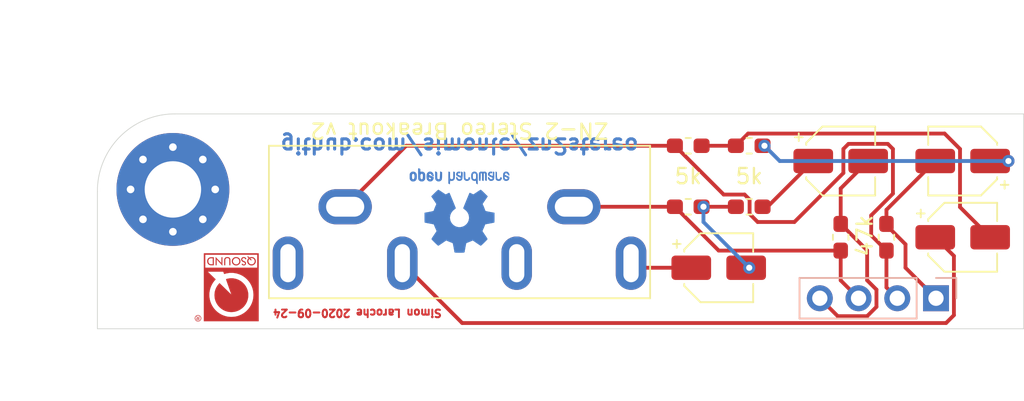
<source format=kicad_pcb>
(kicad_pcb (version 20171130) (host pcbnew "(5.1.6-0-10_14)")

  (general
    (thickness 1.6)
    (drawings 9)
    (tracks 66)
    (zones 0)
    (modules 15)
    (nets 13)
  )

  (page A4)
  (layers
    (0 F.Cu signal)
    (31 B.Cu signal)
    (32 B.Adhes user)
    (33 F.Adhes user)
    (34 B.Paste user)
    (35 F.Paste user)
    (36 B.SilkS user)
    (37 F.SilkS user)
    (38 B.Mask user)
    (39 F.Mask user)
    (40 Dwgs.User user)
    (41 Cmts.User user)
    (42 Eco1.User user)
    (43 Eco2.User user)
    (44 Edge.Cuts user)
    (45 Margin user)
    (46 B.CrtYd user)
    (47 F.CrtYd user)
    (48 B.Fab user)
    (49 F.Fab user)
  )

  (setup
    (last_trace_width 0.25)
    (trace_clearance 0.2)
    (zone_clearance 0.508)
    (zone_45_only no)
    (trace_min 0.2)
    (via_size 0.8)
    (via_drill 0.4)
    (via_min_size 0.4)
    (via_min_drill 0.3)
    (uvia_size 0.3)
    (uvia_drill 0.1)
    (uvias_allowed no)
    (uvia_min_size 0.2)
    (uvia_min_drill 0.1)
    (edge_width 0.05)
    (segment_width 0.2)
    (pcb_text_width 0.3)
    (pcb_text_size 1.5 1.5)
    (mod_edge_width 0.12)
    (mod_text_size 1 1)
    (mod_text_width 0.15)
    (pad_size 1.6 1.6)
    (pad_drill 1.6)
    (pad_to_mask_clearance 0.05)
    (solder_mask_min_width 0.4)
    (aux_axis_origin 0 0)
    (visible_elements FFFFFFFF)
    (pcbplotparams
      (layerselection 0x010fc_ffffffff)
      (usegerberextensions false)
      (usegerberattributes true)
      (usegerberadvancedattributes true)
      (creategerberjobfile true)
      (excludeedgelayer true)
      (linewidth 0.100000)
      (plotframeref false)
      (viasonmask false)
      (mode 1)
      (useauxorigin false)
      (hpglpennumber 1)
      (hpglpenspeed 20)
      (hpglpendiameter 15.000000)
      (psnegative false)
      (psa4output false)
      (plotreference true)
      (plotvalue true)
      (plotinvisibletext false)
      (padsonsilk false)
      (subtractmaskfromsilk false)
      (outputformat 1)
      (mirror false)
      (drillshape 1)
      (scaleselection 1)
      (outputdirectory ""))
  )

  (net 0 "")
  (net 1 "Net-(C5-Pad2)")
  (net 2 "Net-(C6-Pad2)")
  (net 3 /LEFT+)
  (net 4 "Net-(C7-Pad1)")
  (net 5 "Net-(C8-Pad1)")
  (net 6 /RIGHT+)
  (net 7 /L+OUT)
  (net 8 /R+OUT)
  (net 9 /L-OUT)
  (net 10 /R-OUT)
  (net 11 "Net-(J1-PadT1)")
  (net 12 "Net-(J1-PadT2)")

  (net_class Default "This is the default net class."
    (clearance 0.2)
    (trace_width 0.25)
    (via_dia 0.8)
    (via_drill 0.4)
    (uvia_dia 0.3)
    (uvia_drill 0.1)
    (add_net /L+OUT)
    (add_net /L-OUT)
    (add_net /LEFT+)
    (add_net /R+OUT)
    (add_net /R-OUT)
    (add_net /RIGHT+)
    (add_net "Net-(C5-Pad2)")
    (add_net "Net-(C6-Pad2)")
    (add_net "Net-(C7-Pad1)")
    (add_net "Net-(C8-Pad1)")
    (add_net "Net-(J1-PadT1)")
    (add_net "Net-(J1-PadT2)")
  )

  (module Symbol:OSHW-Logo2_7.3x6mm_Copper (layer B.Cu) (tedit 0) (tstamp 5F6D240C)
    (at 119 48.25)
    (descr "Open Source Hardware Symbol")
    (tags "Logo Symbol OSHW")
    (attr virtual)
    (fp_text reference REF** (at 0 0) (layer B.SilkS) hide
      (effects (font (size 1 1) (thickness 0.15)) (justify mirror))
    )
    (fp_text value OSHW-Logo2_7.3x6mm_Copper (at 0.75 0) (layer B.Fab) hide
      (effects (font (size 1 1) (thickness 0.15)) (justify mirror))
    )
    (fp_poly (pts (xy -2.400256 -1.919918) (xy -2.344799 -1.947568) (xy -2.295852 -1.99848) (xy -2.282371 -2.017338)
      (xy -2.267686 -2.042015) (xy -2.258158 -2.068816) (xy -2.252707 -2.104587) (xy -2.250253 -2.156169)
      (xy -2.249714 -2.224267) (xy -2.252148 -2.317588) (xy -2.260606 -2.387657) (xy -2.276826 -2.439931)
      (xy -2.302546 -2.479869) (xy -2.339503 -2.512929) (xy -2.342218 -2.514886) (xy -2.37864 -2.534908)
      (xy -2.422498 -2.544815) (xy -2.478276 -2.547257) (xy -2.568952 -2.547257) (xy -2.56899 -2.635283)
      (xy -2.569834 -2.684308) (xy -2.574976 -2.713065) (xy -2.588413 -2.730311) (xy -2.614142 -2.744808)
      (xy -2.620321 -2.747769) (xy -2.649236 -2.761648) (xy -2.671624 -2.770414) (xy -2.688271 -2.771171)
      (xy -2.699964 -2.761023) (xy -2.70749 -2.737073) (xy -2.711634 -2.696426) (xy -2.713185 -2.636186)
      (xy -2.712929 -2.553455) (xy -2.711651 -2.445339) (xy -2.711252 -2.413) (xy -2.709815 -2.301524)
      (xy -2.708528 -2.228603) (xy -2.569029 -2.228603) (xy -2.568245 -2.290499) (xy -2.56476 -2.330997)
      (xy -2.556876 -2.357708) (xy -2.542895 -2.378244) (xy -2.533403 -2.38826) (xy -2.494596 -2.417567)
      (xy -2.460237 -2.419952) (xy -2.424784 -2.39575) (xy -2.423886 -2.394857) (xy -2.409461 -2.376153)
      (xy -2.400687 -2.350732) (xy -2.396261 -2.311584) (xy -2.394882 -2.251697) (xy -2.394857 -2.23843)
      (xy -2.398188 -2.155901) (xy -2.409031 -2.098691) (xy -2.42866 -2.063766) (xy -2.45835 -2.048094)
      (xy -2.475509 -2.046514) (xy -2.516234 -2.053926) (xy -2.544168 -2.07833) (xy -2.560983 -2.12298)
      (xy -2.56835 -2.19113) (xy -2.569029 -2.228603) (xy -2.708528 -2.228603) (xy -2.708292 -2.215245)
      (xy -2.706323 -2.150333) (xy -2.70355 -2.102958) (xy -2.699612 -2.06929) (xy -2.694151 -2.045498)
      (xy -2.686808 -2.027753) (xy -2.677223 -2.012224) (xy -2.673113 -2.006381) (xy -2.618595 -1.951185)
      (xy -2.549664 -1.91989) (xy -2.469928 -1.911165) (xy -2.400256 -1.919918)) (layer B.Cu) (width 0.01))
    (fp_poly (pts (xy -1.283907 -1.92778) (xy -1.237328 -1.954723) (xy -1.204943 -1.981466) (xy -1.181258 -2.009484)
      (xy -1.164941 -2.043748) (xy -1.154661 -2.089227) (xy -1.149086 -2.150892) (xy -1.146884 -2.233711)
      (xy -1.146629 -2.293246) (xy -1.146629 -2.512391) (xy -1.208314 -2.540044) (xy -1.27 -2.567697)
      (xy -1.277257 -2.32767) (xy -1.280256 -2.238028) (xy -1.283402 -2.172962) (xy -1.287299 -2.128026)
      (xy -1.292553 -2.09877) (xy -1.299769 -2.080748) (xy -1.30955 -2.069511) (xy -1.312688 -2.067079)
      (xy -1.360239 -2.048083) (xy -1.408303 -2.0556) (xy -1.436914 -2.075543) (xy -1.448553 -2.089675)
      (xy -1.456609 -2.10822) (xy -1.461729 -2.136334) (xy -1.464559 -2.179173) (xy -1.465744 -2.241895)
      (xy -1.465943 -2.307261) (xy -1.465982 -2.389268) (xy -1.467386 -2.447316) (xy -1.472086 -2.486465)
      (xy -1.482013 -2.51178) (xy -1.499097 -2.528323) (xy -1.525268 -2.541156) (xy -1.560225 -2.554491)
      (xy -1.598404 -2.569007) (xy -1.593859 -2.311389) (xy -1.592029 -2.218519) (xy -1.589888 -2.149889)
      (xy -1.586819 -2.100711) (xy -1.582206 -2.066198) (xy -1.575432 -2.041562) (xy -1.565881 -2.022016)
      (xy -1.554366 -2.00477) (xy -1.49881 -1.94968) (xy -1.43102 -1.917822) (xy -1.357287 -1.910191)
      (xy -1.283907 -1.92778)) (layer B.Cu) (width 0.01))
    (fp_poly (pts (xy -2.958885 -1.921962) (xy -2.890855 -1.957733) (xy -2.840649 -2.015301) (xy -2.822815 -2.052312)
      (xy -2.808937 -2.107882) (xy -2.801833 -2.178096) (xy -2.80116 -2.254727) (xy -2.806573 -2.329552)
      (xy -2.81773 -2.394342) (xy -2.834286 -2.440873) (xy -2.839374 -2.448887) (xy -2.899645 -2.508707)
      (xy -2.971231 -2.544535) (xy -3.048908 -2.55502) (xy -3.127452 -2.53881) (xy -3.149311 -2.529092)
      (xy -3.191878 -2.499143) (xy -3.229237 -2.459433) (xy -3.232768 -2.454397) (xy -3.247119 -2.430124)
      (xy -3.256606 -2.404178) (xy -3.26221 -2.370022) (xy -3.264914 -2.321119) (xy -3.265701 -2.250935)
      (xy -3.265714 -2.2352) (xy -3.265678 -2.230192) (xy -3.120571 -2.230192) (xy -3.119727 -2.29643)
      (xy -3.116404 -2.340386) (xy -3.109417 -2.368779) (xy -3.097584 -2.388325) (xy -3.091543 -2.394857)
      (xy -3.056814 -2.41968) (xy -3.023097 -2.418548) (xy -2.989005 -2.397016) (xy -2.968671 -2.374029)
      (xy -2.956629 -2.340478) (xy -2.949866 -2.287569) (xy -2.949402 -2.281399) (xy -2.948248 -2.185513)
      (xy -2.960312 -2.114299) (xy -2.98543 -2.068194) (xy -3.02344 -2.047635) (xy -3.037008 -2.046514)
      (xy -3.072636 -2.052152) (xy -3.097006 -2.071686) (xy -3.111907 -2.109042) (xy -3.119125 -2.16815)
      (xy -3.120571 -2.230192) (xy -3.265678 -2.230192) (xy -3.265174 -2.160413) (xy -3.262904 -2.108159)
      (xy -3.257932 -2.071949) (xy -3.249287 -2.045299) (xy -3.235995 -2.021722) (xy -3.233057 -2.017338)
      (xy -3.183687 -1.958249) (xy -3.129891 -1.923947) (xy -3.064398 -1.910331) (xy -3.042158 -1.909665)
      (xy -2.958885 -1.921962)) (layer B.Cu) (width 0.01))
    (fp_poly (pts (xy -1.831697 -1.931239) (xy -1.774473 -1.969735) (xy -1.730251 -2.025335) (xy -1.703833 -2.096086)
      (xy -1.69849 -2.148162) (xy -1.699097 -2.169893) (xy -1.704178 -2.186531) (xy -1.718145 -2.201437)
      (xy -1.745411 -2.217973) (xy -1.790388 -2.239498) (xy -1.857489 -2.269374) (xy -1.857829 -2.269524)
      (xy -1.919593 -2.297813) (xy -1.970241 -2.322933) (xy -2.004596 -2.342179) (xy -2.017482 -2.352848)
      (xy -2.017486 -2.352934) (xy -2.006128 -2.376166) (xy -1.979569 -2.401774) (xy -1.949077 -2.420221)
      (xy -1.93363 -2.423886) (xy -1.891485 -2.411212) (xy -1.855192 -2.379471) (xy -1.837483 -2.344572)
      (xy -1.820448 -2.318845) (xy -1.787078 -2.289546) (xy -1.747851 -2.264235) (xy -1.713244 -2.250471)
      (xy -1.706007 -2.249714) (xy -1.697861 -2.26216) (xy -1.69737 -2.293972) (xy -1.703357 -2.336866)
      (xy -1.714643 -2.382558) (xy -1.73005 -2.422761) (xy -1.730829 -2.424322) (xy -1.777196 -2.489062)
      (xy -1.837289 -2.533097) (xy -1.905535 -2.554711) (xy -1.976362 -2.552185) (xy -2.044196 -2.523804)
      (xy -2.047212 -2.521808) (xy -2.100573 -2.473448) (xy -2.13566 -2.410352) (xy -2.155078 -2.327387)
      (xy -2.157684 -2.304078) (xy -2.162299 -2.194055) (xy -2.156767 -2.142748) (xy -2.017486 -2.142748)
      (xy -2.015676 -2.174753) (xy -2.005778 -2.184093) (xy -1.981102 -2.177105) (xy -1.942205 -2.160587)
      (xy -1.898725 -2.139881) (xy -1.897644 -2.139333) (xy -1.860791 -2.119949) (xy -1.846 -2.107013)
      (xy -1.849647 -2.093451) (xy -1.865005 -2.075632) (xy -1.904077 -2.049845) (xy -1.946154 -2.04795)
      (xy -1.983897 -2.066717) (xy -2.009966 -2.102915) (xy -2.017486 -2.142748) (xy -2.156767 -2.142748)
      (xy -2.152806 -2.106027) (xy -2.12845 -2.036212) (xy -2.094544 -1.987302) (xy -2.033347 -1.937878)
      (xy -1.965937 -1.913359) (xy -1.89712 -1.911797) (xy -1.831697 -1.931239)) (layer B.Cu) (width 0.01))
    (fp_poly (pts (xy -0.624114 -1.851289) (xy -0.619861 -1.910613) (xy -0.614975 -1.945572) (xy -0.608205 -1.96082)
      (xy -0.598298 -1.961015) (xy -0.595086 -1.959195) (xy -0.552356 -1.946015) (xy -0.496773 -1.946785)
      (xy -0.440263 -1.960333) (xy -0.404918 -1.977861) (xy -0.368679 -2.005861) (xy -0.342187 -2.037549)
      (xy -0.324001 -2.077813) (xy -0.312678 -2.131543) (xy -0.306778 -2.203626) (xy -0.304857 -2.298951)
      (xy -0.304823 -2.317237) (xy -0.3048 -2.522646) (xy -0.350509 -2.53858) (xy -0.382973 -2.54942)
      (xy -0.400785 -2.554468) (xy -0.401309 -2.554514) (xy -0.403063 -2.540828) (xy -0.404556 -2.503076)
      (xy -0.405674 -2.446224) (xy -0.406303 -2.375234) (xy -0.4064 -2.332073) (xy -0.406602 -2.246973)
      (xy -0.407642 -2.185981) (xy -0.410169 -2.144177) (xy -0.414836 -2.116642) (xy -0.422293 -2.098456)
      (xy -0.433189 -2.084698) (xy -0.439993 -2.078073) (xy -0.486728 -2.051375) (xy -0.537728 -2.049375)
      (xy -0.583999 -2.071955) (xy -0.592556 -2.080107) (xy -0.605107 -2.095436) (xy -0.613812 -2.113618)
      (xy -0.619369 -2.139909) (xy -0.622474 -2.179562) (xy -0.623824 -2.237832) (xy -0.624114 -2.318173)
      (xy -0.624114 -2.522646) (xy -0.669823 -2.53858) (xy -0.702287 -2.54942) (xy -0.720099 -2.554468)
      (xy -0.720623 -2.554514) (xy -0.721963 -2.540623) (xy -0.723172 -2.501439) (xy -0.724199 -2.4407)
      (xy -0.724998 -2.362141) (xy -0.725519 -2.269498) (xy -0.725714 -2.166509) (xy -0.725714 -1.769342)
      (xy -0.678543 -1.749444) (xy -0.631371 -1.729547) (xy -0.624114 -1.851289)) (layer B.Cu) (width 0.01))
    (fp_poly (pts (xy 0.039744 -1.950968) (xy 0.096616 -1.972087) (xy 0.097267 -1.972493) (xy 0.13244 -1.99838)
      (xy 0.158407 -2.028633) (xy 0.17667 -2.068058) (xy 0.188732 -2.121462) (xy 0.196096 -2.193651)
      (xy 0.200264 -2.289432) (xy 0.200629 -2.303078) (xy 0.205876 -2.508842) (xy 0.161716 -2.531678)
      (xy 0.129763 -2.54711) (xy 0.11047 -2.554423) (xy 0.109578 -2.554514) (xy 0.106239 -2.541022)
      (xy 0.103587 -2.504626) (xy 0.101956 -2.451452) (xy 0.1016 -2.408393) (xy 0.101592 -2.338641)
      (xy 0.098403 -2.294837) (xy 0.087288 -2.273944) (xy 0.063501 -2.272925) (xy 0.022296 -2.288741)
      (xy -0.039914 -2.317815) (xy -0.085659 -2.341963) (xy -0.109187 -2.362913) (xy -0.116104 -2.385747)
      (xy -0.116114 -2.386877) (xy -0.104701 -2.426212) (xy -0.070908 -2.447462) (xy -0.019191 -2.450539)
      (xy 0.018061 -2.450006) (xy 0.037703 -2.460735) (xy 0.049952 -2.486505) (xy 0.057002 -2.519337)
      (xy 0.046842 -2.537966) (xy 0.043017 -2.540632) (xy 0.007001 -2.55134) (xy -0.043434 -2.552856)
      (xy -0.095374 -2.545759) (xy -0.132178 -2.532788) (xy -0.183062 -2.489585) (xy -0.211986 -2.429446)
      (xy -0.217714 -2.382462) (xy -0.213343 -2.340082) (xy -0.197525 -2.305488) (xy -0.166203 -2.274763)
      (xy -0.115322 -2.24399) (xy -0.040824 -2.209252) (xy -0.036286 -2.207288) (xy 0.030821 -2.176287)
      (xy 0.072232 -2.150862) (xy 0.089981 -2.128014) (xy 0.086107 -2.104745) (xy 0.062643 -2.078056)
      (xy 0.055627 -2.071914) (xy 0.00863 -2.0481) (xy -0.040067 -2.049103) (xy -0.082478 -2.072451)
      (xy -0.110616 -2.115675) (xy -0.113231 -2.12416) (xy -0.138692 -2.165308) (xy -0.170999 -2.185128)
      (xy -0.217714 -2.20477) (xy -0.217714 -2.15395) (xy -0.203504 -2.080082) (xy -0.161325 -2.012327)
      (xy -0.139376 -1.989661) (xy -0.089483 -1.960569) (xy -0.026033 -1.9474) (xy 0.039744 -1.950968)) (layer B.Cu) (width 0.01))
    (fp_poly (pts (xy 0.529926 -1.949755) (xy 0.595858 -1.974084) (xy 0.649273 -2.017117) (xy 0.670164 -2.047409)
      (xy 0.692939 -2.102994) (xy 0.692466 -2.143186) (xy 0.668562 -2.170217) (xy 0.659717 -2.174813)
      (xy 0.62153 -2.189144) (xy 0.602028 -2.185472) (xy 0.595422 -2.161407) (xy 0.595086 -2.148114)
      (xy 0.582992 -2.09921) (xy 0.551471 -2.064999) (xy 0.507659 -2.048476) (xy 0.458695 -2.052634)
      (xy 0.418894 -2.074227) (xy 0.40545 -2.086544) (xy 0.395921 -2.101487) (xy 0.389485 -2.124075)
      (xy 0.385317 -2.159328) (xy 0.382597 -2.212266) (xy 0.380502 -2.287907) (xy 0.37996 -2.311857)
      (xy 0.377981 -2.39379) (xy 0.375731 -2.451455) (xy 0.372357 -2.489608) (xy 0.367006 -2.513004)
      (xy 0.358824 -2.526398) (xy 0.346959 -2.534545) (xy 0.339362 -2.538144) (xy 0.307102 -2.550452)
      (xy 0.288111 -2.554514) (xy 0.281836 -2.540948) (xy 0.278006 -2.499934) (xy 0.2766 -2.430999)
      (xy 0.277598 -2.333669) (xy 0.277908 -2.318657) (xy 0.280101 -2.229859) (xy 0.282693 -2.165019)
      (xy 0.286382 -2.119067) (xy 0.291864 -2.086935) (xy 0.299835 -2.063553) (xy 0.310993 -2.043852)
      (xy 0.31683 -2.03541) (xy 0.350296 -1.998057) (xy 0.387727 -1.969003) (xy 0.392309 -1.966467)
      (xy 0.459426 -1.946443) (xy 0.529926 -1.949755)) (layer B.Cu) (width 0.01))
    (fp_poly (pts (xy 1.190117 -2.065358) (xy 1.189933 -2.173837) (xy 1.189219 -2.257287) (xy 1.187675 -2.319704)
      (xy 1.185001 -2.365085) (xy 1.180894 -2.397429) (xy 1.175055 -2.420733) (xy 1.167182 -2.438995)
      (xy 1.161221 -2.449418) (xy 1.111855 -2.505945) (xy 1.049264 -2.541377) (xy 0.980013 -2.55409)
      (xy 0.910668 -2.542463) (xy 0.869375 -2.521568) (xy 0.826025 -2.485422) (xy 0.796481 -2.441276)
      (xy 0.778655 -2.383462) (xy 0.770463 -2.306313) (xy 0.769302 -2.249714) (xy 0.769458 -2.245647)
      (xy 0.870857 -2.245647) (xy 0.871476 -2.31055) (xy 0.874314 -2.353514) (xy 0.88084 -2.381622)
      (xy 0.892523 -2.401953) (xy 0.906483 -2.417288) (xy 0.953365 -2.44689) (xy 1.003701 -2.449419)
      (xy 1.051276 -2.424705) (xy 1.054979 -2.421356) (xy 1.070783 -2.403935) (xy 1.080693 -2.383209)
      (xy 1.086058 -2.352362) (xy 1.088228 -2.304577) (xy 1.088571 -2.251748) (xy 1.087827 -2.185381)
      (xy 1.084748 -2.141106) (xy 1.078061 -2.112009) (xy 1.066496 -2.091173) (xy 1.057013 -2.080107)
      (xy 1.01296 -2.052198) (xy 0.962224 -2.048843) (xy 0.913796 -2.070159) (xy 0.90445 -2.078073)
      (xy 0.88854 -2.095647) (xy 0.87861 -2.116587) (xy 0.873278 -2.147782) (xy 0.871163 -2.196122)
      (xy 0.870857 -2.245647) (xy 0.769458 -2.245647) (xy 0.77281 -2.158568) (xy 0.784726 -2.090086)
      (xy 0.807135 -2.0386) (xy 0.842124 -1.998443) (xy 0.869375 -1.977861) (xy 0.918907 -1.955625)
      (xy 0.976316 -1.945304) (xy 1.029682 -1.948067) (xy 1.059543 -1.959212) (xy 1.071261 -1.962383)
      (xy 1.079037 -1.950557) (xy 1.084465 -1.918866) (xy 1.088571 -1.870593) (xy 1.093067 -1.816829)
      (xy 1.099313 -1.784482) (xy 1.110676 -1.765985) (xy 1.130528 -1.75377) (xy 1.143 -1.748362)
      (xy 1.190171 -1.728601) (xy 1.190117 -2.065358)) (layer B.Cu) (width 0.01))
    (fp_poly (pts (xy 1.779833 -1.958663) (xy 1.782048 -1.99685) (xy 1.783784 -2.054886) (xy 1.784899 -2.12818)
      (xy 1.785257 -2.205055) (xy 1.785257 -2.465196) (xy 1.739326 -2.511127) (xy 1.707675 -2.539429)
      (xy 1.67989 -2.550893) (xy 1.641915 -2.550168) (xy 1.62684 -2.548321) (xy 1.579726 -2.542948)
      (xy 1.540756 -2.539869) (xy 1.531257 -2.539585) (xy 1.499233 -2.541445) (xy 1.453432 -2.546114)
      (xy 1.435674 -2.548321) (xy 1.392057 -2.551735) (xy 1.362745 -2.54432) (xy 1.33368 -2.521427)
      (xy 1.323188 -2.511127) (xy 1.277257 -2.465196) (xy 1.277257 -1.978602) (xy 1.314226 -1.961758)
      (xy 1.346059 -1.949282) (xy 1.364683 -1.944914) (xy 1.369458 -1.958718) (xy 1.373921 -1.997286)
      (xy 1.377775 -2.056356) (xy 1.380722 -2.131663) (xy 1.382143 -2.195286) (xy 1.386114 -2.445657)
      (xy 1.420759 -2.450556) (xy 1.452268 -2.447131) (xy 1.467708 -2.436041) (xy 1.472023 -2.415308)
      (xy 1.475708 -2.371145) (xy 1.478469 -2.309146) (xy 1.480012 -2.234909) (xy 1.480235 -2.196706)
      (xy 1.480457 -1.976783) (xy 1.526166 -1.960849) (xy 1.558518 -1.950015) (xy 1.576115 -1.944962)
      (xy 1.576623 -1.944914) (xy 1.578388 -1.958648) (xy 1.580329 -1.99673) (xy 1.582282 -2.054482)
      (xy 1.584084 -2.127227) (xy 1.585343 -2.195286) (xy 1.589314 -2.445657) (xy 1.6764 -2.445657)
      (xy 1.680396 -2.21724) (xy 1.684392 -1.988822) (xy 1.726847 -1.966868) (xy 1.758192 -1.951793)
      (xy 1.776744 -1.944951) (xy 1.777279 -1.944914) (xy 1.779833 -1.958663)) (layer B.Cu) (width 0.01))
    (fp_poly (pts (xy 2.144876 -1.956335) (xy 2.186667 -1.975344) (xy 2.219469 -1.998378) (xy 2.243503 -2.024133)
      (xy 2.260097 -2.057358) (xy 2.270577 -2.1028) (xy 2.276271 -2.165207) (xy 2.278507 -2.249327)
      (xy 2.278743 -2.304721) (xy 2.278743 -2.520826) (xy 2.241774 -2.53767) (xy 2.212656 -2.549981)
      (xy 2.198231 -2.554514) (xy 2.195472 -2.541025) (xy 2.193282 -2.504653) (xy 2.191942 -2.451542)
      (xy 2.191657 -2.409372) (xy 2.190434 -2.348447) (xy 2.187136 -2.300115) (xy 2.182321 -2.270518)
      (xy 2.178496 -2.264229) (xy 2.152783 -2.270652) (xy 2.112418 -2.287125) (xy 2.065679 -2.309458)
      (xy 2.020845 -2.333457) (xy 1.986193 -2.35493) (xy 1.970002 -2.369685) (xy 1.969938 -2.369845)
      (xy 1.97133 -2.397152) (xy 1.983818 -2.423219) (xy 2.005743 -2.444392) (xy 2.037743 -2.451474)
      (xy 2.065092 -2.450649) (xy 2.103826 -2.450042) (xy 2.124158 -2.459116) (xy 2.136369 -2.483092)
      (xy 2.137909 -2.487613) (xy 2.143203 -2.521806) (xy 2.129047 -2.542568) (xy 2.092148 -2.552462)
      (xy 2.052289 -2.554292) (xy 1.980562 -2.540727) (xy 1.943432 -2.521355) (xy 1.897576 -2.475845)
      (xy 1.873256 -2.419983) (xy 1.871073 -2.360957) (xy 1.891629 -2.305953) (xy 1.922549 -2.271486)
      (xy 1.95342 -2.252189) (xy 2.001942 -2.227759) (xy 2.058485 -2.202985) (xy 2.06791 -2.199199)
      (xy 2.130019 -2.171791) (xy 2.165822 -2.147634) (xy 2.177337 -2.123619) (xy 2.16658 -2.096635)
      (xy 2.148114 -2.075543) (xy 2.104469 -2.049572) (xy 2.056446 -2.047624) (xy 2.012406 -2.067637)
      (xy 1.980709 -2.107551) (xy 1.976549 -2.117848) (xy 1.952327 -2.155724) (xy 1.916965 -2.183842)
      (xy 1.872343 -2.206917) (xy 1.872343 -2.141485) (xy 1.874969 -2.101506) (xy 1.88623 -2.069997)
      (xy 1.911199 -2.036378) (xy 1.935169 -2.010484) (xy 1.972441 -1.973817) (xy 2.001401 -1.954121)
      (xy 2.032505 -1.94622) (xy 2.067713 -1.944914) (xy 2.144876 -1.956335)) (layer B.Cu) (width 0.01))
    (fp_poly (pts (xy 2.6526 -1.958752) (xy 2.669948 -1.966334) (xy 2.711356 -1.999128) (xy 2.746765 -2.046547)
      (xy 2.768664 -2.097151) (xy 2.772229 -2.122098) (xy 2.760279 -2.156927) (xy 2.734067 -2.175357)
      (xy 2.705964 -2.186516) (xy 2.693095 -2.188572) (xy 2.686829 -2.173649) (xy 2.674456 -2.141175)
      (xy 2.669028 -2.126502) (xy 2.63859 -2.075744) (xy 2.59452 -2.050427) (xy 2.53801 -2.051206)
      (xy 2.533825 -2.052203) (xy 2.503655 -2.066507) (xy 2.481476 -2.094393) (xy 2.466327 -2.139287)
      (xy 2.45725 -2.204615) (xy 2.453286 -2.293804) (xy 2.452914 -2.341261) (xy 2.45273 -2.416071)
      (xy 2.451522 -2.467069) (xy 2.448309 -2.499471) (xy 2.442109 -2.518495) (xy 2.43194 -2.529356)
      (xy 2.416819 -2.537272) (xy 2.415946 -2.53767) (xy 2.386828 -2.549981) (xy 2.372403 -2.554514)
      (xy 2.370186 -2.540809) (xy 2.368289 -2.502925) (xy 2.366847 -2.445715) (xy 2.365998 -2.374027)
      (xy 2.365829 -2.321565) (xy 2.366692 -2.220047) (xy 2.37007 -2.143032) (xy 2.377142 -2.086023)
      (xy 2.389088 -2.044526) (xy 2.40709 -2.014043) (xy 2.432327 -1.99008) (xy 2.457247 -1.973355)
      (xy 2.517171 -1.951097) (xy 2.586911 -1.946076) (xy 2.6526 -1.958752)) (layer B.Cu) (width 0.01))
    (fp_poly (pts (xy 3.153595 -1.966966) (xy 3.211021 -2.004497) (xy 3.238719 -2.038096) (xy 3.260662 -2.099064)
      (xy 3.262405 -2.147308) (xy 3.258457 -2.211816) (xy 3.109686 -2.276934) (xy 3.037349 -2.310202)
      (xy 2.990084 -2.336964) (xy 2.965507 -2.360144) (xy 2.961237 -2.382667) (xy 2.974889 -2.407455)
      (xy 2.989943 -2.423886) (xy 3.033746 -2.450235) (xy 3.081389 -2.452081) (xy 3.125145 -2.431546)
      (xy 3.157289 -2.390752) (xy 3.163038 -2.376347) (xy 3.190576 -2.331356) (xy 3.222258 -2.312182)
      (xy 3.265714 -2.295779) (xy 3.265714 -2.357966) (xy 3.261872 -2.400283) (xy 3.246823 -2.435969)
      (xy 3.21528 -2.476943) (xy 3.210592 -2.482267) (xy 3.175506 -2.51872) (xy 3.145347 -2.538283)
      (xy 3.107615 -2.547283) (xy 3.076335 -2.55023) (xy 3.020385 -2.550965) (xy 2.980555 -2.54166)
      (xy 2.955708 -2.527846) (xy 2.916656 -2.497467) (xy 2.889625 -2.464613) (xy 2.872517 -2.423294)
      (xy 2.863238 -2.367521) (xy 2.859693 -2.291305) (xy 2.85941 -2.252622) (xy 2.860372 -2.206247)
      (xy 2.948007 -2.206247) (xy 2.949023 -2.231126) (xy 2.951556 -2.2352) (xy 2.968274 -2.229665)
      (xy 3.004249 -2.215017) (xy 3.052331 -2.19419) (xy 3.062386 -2.189714) (xy 3.123152 -2.158814)
      (xy 3.156632 -2.131657) (xy 3.16399 -2.10622) (xy 3.146391 -2.080481) (xy 3.131856 -2.069109)
      (xy 3.07941 -2.046364) (xy 3.030322 -2.050122) (xy 2.989227 -2.077884) (xy 2.960758 -2.127152)
      (xy 2.951631 -2.166257) (xy 2.948007 -2.206247) (xy 2.860372 -2.206247) (xy 2.861285 -2.162249)
      (xy 2.868196 -2.095384) (xy 2.881884 -2.046695) (xy 2.904096 -2.010849) (xy 2.936574 -1.982513)
      (xy 2.950733 -1.973355) (xy 3.015053 -1.949507) (xy 3.085473 -1.948006) (xy 3.153595 -1.966966)) (layer B.Cu) (width 0.01))
    (fp_poly (pts (xy 0.10391 2.757652) (xy 0.182454 2.757222) (xy 0.239298 2.756058) (xy 0.278105 2.753793)
      (xy 0.302538 2.75006) (xy 0.316262 2.744494) (xy 0.32294 2.736727) (xy 0.326236 2.726395)
      (xy 0.326556 2.725057) (xy 0.331562 2.700921) (xy 0.340829 2.653299) (xy 0.353392 2.587259)
      (xy 0.368287 2.507872) (xy 0.384551 2.420204) (xy 0.385119 2.417125) (xy 0.40141 2.331211)
      (xy 0.416652 2.255304) (xy 0.429861 2.193955) (xy 0.440054 2.151718) (xy 0.446248 2.133145)
      (xy 0.446543 2.132816) (xy 0.464788 2.123747) (xy 0.502405 2.108633) (xy 0.551271 2.090738)
      (xy 0.551543 2.090642) (xy 0.613093 2.067507) (xy 0.685657 2.038035) (xy 0.754057 2.008403)
      (xy 0.757294 2.006938) (xy 0.868702 1.956374) (xy 1.115399 2.12484) (xy 1.191077 2.176197)
      (xy 1.259631 2.222111) (xy 1.317088 2.25997) (xy 1.359476 2.287163) (xy 1.382825 2.301079)
      (xy 1.385042 2.302111) (xy 1.40201 2.297516) (xy 1.433701 2.275345) (xy 1.481352 2.234553)
      (xy 1.546198 2.174095) (xy 1.612397 2.109773) (xy 1.676214 2.046388) (xy 1.733329 1.988549)
      (xy 1.780305 1.939825) (xy 1.813703 1.90379) (xy 1.830085 1.884016) (xy 1.830694 1.882998)
      (xy 1.832505 1.869428) (xy 1.825683 1.847267) (xy 1.80854 1.813522) (xy 1.779393 1.7652)
      (xy 1.736555 1.699308) (xy 1.679448 1.614483) (xy 1.628766 1.539823) (xy 1.583461 1.47286)
      (xy 1.54615 1.417484) (xy 1.519452 1.37758) (xy 1.505985 1.357038) (xy 1.505137 1.355644)
      (xy 1.506781 1.335962) (xy 1.519245 1.297707) (xy 1.540048 1.248111) (xy 1.547462 1.232272)
      (xy 1.579814 1.16171) (xy 1.614328 1.081647) (xy 1.642365 1.012371) (xy 1.662568 0.960955)
      (xy 1.678615 0.921881) (xy 1.687888 0.901459) (xy 1.689041 0.899886) (xy 1.706096 0.897279)
      (xy 1.746298 0.890137) (xy 1.804302 0.879477) (xy 1.874763 0.866315) (xy 1.952335 0.851667)
      (xy 2.031672 0.836551) (xy 2.107431 0.821982) (xy 2.174264 0.808978) (xy 2.226828 0.798555)
      (xy 2.259776 0.79173) (xy 2.267857 0.789801) (xy 2.276205 0.785038) (xy 2.282506 0.774282)
      (xy 2.287045 0.753902) (xy 2.290104 0.720266) (xy 2.291967 0.669745) (xy 2.292918 0.598708)
      (xy 2.29324 0.503524) (xy 2.293257 0.464508) (xy 2.293257 0.147201) (xy 2.217057 0.132161)
      (xy 2.174663 0.124005) (xy 2.1114 0.112101) (xy 2.034962 0.097884) (xy 1.953043 0.08279)
      (xy 1.9304 0.078645) (xy 1.854806 0.063947) (xy 1.788953 0.049495) (xy 1.738366 0.036625)
      (xy 1.708574 0.026678) (xy 1.703612 0.023713) (xy 1.691426 0.002717) (xy 1.673953 -0.037967)
      (xy 1.654577 -0.090322) (xy 1.650734 -0.1016) (xy 1.625339 -0.171523) (xy 1.593817 -0.250418)
      (xy 1.562969 -0.321266) (xy 1.562817 -0.321595) (xy 1.511447 -0.432733) (xy 1.680399 -0.681253)
      (xy 1.849352 -0.929772) (xy 1.632429 -1.147058) (xy 1.566819 -1.211726) (xy 1.506979 -1.268733)
      (xy 1.456267 -1.315033) (xy 1.418046 -1.347584) (xy 1.395675 -1.363343) (xy 1.392466 -1.364343)
      (xy 1.373626 -1.356469) (xy 1.33518 -1.334578) (xy 1.28133 -1.301267) (xy 1.216276 -1.259131)
      (xy 1.14594 -1.211943) (xy 1.074555 -1.16381) (xy 1.010908 -1.121928) (xy 0.959041 -1.088871)
      (xy 0.922995 -1.067218) (xy 0.906867 -1.059543) (xy 0.887189 -1.066037) (xy 0.849875 -1.08315)
      (xy 0.802621 -1.107326) (xy 0.797612 -1.110013) (xy 0.733977 -1.141927) (xy 0.690341 -1.157579)
      (xy 0.663202 -1.157745) (xy 0.649057 -1.143204) (xy 0.648975 -1.143) (xy 0.641905 -1.125779)
      (xy 0.625042 -1.084899) (xy 0.599695 -1.023525) (xy 0.567171 -0.944819) (xy 0.528778 -0.851947)
      (xy 0.485822 -0.748072) (xy 0.444222 -0.647502) (xy 0.398504 -0.536516) (xy 0.356526 -0.433703)
      (xy 0.319548 -0.342215) (xy 0.288827 -0.265201) (xy 0.265622 -0.205815) (xy 0.25119 -0.167209)
      (xy 0.246743 -0.1528) (xy 0.257896 -0.136272) (xy 0.287069 -0.10993) (xy 0.325971 -0.080887)
      (xy 0.436757 0.010961) (xy 0.523351 0.116241) (xy 0.584716 0.232734) (xy 0.619815 0.358224)
      (xy 0.627608 0.490493) (xy 0.621943 0.551543) (xy 0.591078 0.678205) (xy 0.53792 0.790059)
      (xy 0.465767 0.885999) (xy 0.377917 0.964924) (xy 0.277665 1.02573) (xy 0.16831 1.067313)
      (xy 0.053147 1.088572) (xy -0.064525 1.088401) (xy -0.18141 1.065699) (xy -0.294211 1.019362)
      (xy -0.399631 0.948287) (xy -0.443632 0.908089) (xy -0.528021 0.804871) (xy -0.586778 0.692075)
      (xy -0.620296 0.57299) (xy -0.628965 0.450905) (xy -0.613177 0.329107) (xy -0.573322 0.210884)
      (xy -0.509793 0.099525) (xy -0.422979 -0.001684) (xy -0.325971 -0.080887) (xy -0.285563 -0.111162)
      (xy -0.257018 -0.137219) (xy -0.246743 -0.152825) (xy -0.252123 -0.169843) (xy -0.267425 -0.2105)
      (xy -0.291388 -0.271642) (xy -0.322756 -0.350119) (xy -0.360268 -0.44278) (xy -0.402667 -0.546472)
      (xy -0.444337 -0.647526) (xy -0.49031 -0.758607) (xy -0.532893 -0.861541) (xy -0.570779 -0.953165)
      (xy -0.60266 -1.030316) (xy -0.627229 -1.089831) (xy -0.64318 -1.128544) (xy -0.64909 -1.143)
      (xy -0.663052 -1.157685) (xy -0.69006 -1.157642) (xy -0.733587 -1.142099) (xy -0.79711 -1.110284)
      (xy -0.797612 -1.110013) (xy -0.84544 -1.085323) (xy -0.884103 -1.067338) (xy -0.905905 -1.059614)
      (xy -0.906867 -1.059543) (xy -0.923279 -1.067378) (xy -0.959513 -1.089165) (xy -1.011526 -1.122328)
      (xy -1.075275 -1.164291) (xy -1.14594 -1.211943) (xy -1.217884 -1.260191) (xy -1.282726 -1.302151)
      (xy -1.336265 -1.335227) (xy -1.374303 -1.356821) (xy -1.392467 -1.364343) (xy -1.409192 -1.354457)
      (xy -1.44282 -1.326826) (xy -1.48999 -1.284495) (xy -1.547342 -1.230505) (xy -1.611516 -1.167899)
      (xy -1.632503 -1.146983) (xy -1.849501 -0.929623) (xy -1.684332 -0.68722) (xy -1.634136 -0.612781)
      (xy -1.590081 -0.545972) (xy -1.554638 -0.490665) (xy -1.530281 -0.450729) (xy -1.519478 -0.430036)
      (xy -1.519162 -0.428563) (xy -1.524857 -0.409058) (xy -1.540174 -0.369822) (xy -1.562463 -0.31743)
      (xy -1.578107 -0.282355) (xy -1.607359 -0.215201) (xy -1.634906 -0.147358) (xy -1.656263 -0.090034)
      (xy -1.662065 -0.072572) (xy -1.678548 -0.025938) (xy -1.69466 0.010095) (xy -1.70351 0.023713)
      (xy -1.72304 0.032048) (xy -1.765666 0.043863) (xy -1.825855 0.057819) (xy -1.898078 0.072578)
      (xy -1.9304 0.078645) (xy -2.012478 0.093727) (xy -2.091205 0.108331) (xy -2.158891 0.12102)
      (xy -2.20784 0.130358) (xy -2.217057 0.132161) (xy -2.293257 0.147201) (xy -2.293257 0.464508)
      (xy -2.293086 0.568846) (xy -2.292384 0.647787) (xy -2.290866 0.704962) (xy -2.288251 0.744001)
      (xy -2.284254 0.768535) (xy -2.278591 0.782195) (xy -2.27098 0.788611) (xy -2.267857 0.789801)
      (xy -2.249022 0.79402) (xy -2.207412 0.802438) (xy -2.14837 0.814039) (xy -2.077243 0.827805)
      (xy -1.999375 0.84272) (xy -1.920113 0.857768) (xy -1.844802 0.871931) (xy -1.778787 0.884194)
      (xy -1.727413 0.893539) (xy -1.696025 0.89895) (xy -1.689041 0.899886) (xy -1.682715 0.912404)
      (xy -1.66871 0.945754) (xy -1.649645 0.993623) (xy -1.642366 1.012371) (xy -1.613004 1.084805)
      (xy -1.578429 1.16483) (xy -1.547463 1.232272) (xy -1.524677 1.283841) (xy -1.509518 1.326215)
      (xy -1.504458 1.352166) (xy -1.505264 1.355644) (xy -1.515959 1.372064) (xy -1.54038 1.408583)
      (xy -1.575905 1.461313) (xy -1.619913 1.526365) (xy -1.669783 1.599849) (xy -1.679644 1.614355)
      (xy -1.737508 1.700296) (xy -1.780044 1.765739) (xy -1.808946 1.813696) (xy -1.82591 1.84718)
      (xy -1.832633 1.869205) (xy -1.83081 1.882783) (xy -1.830764 1.882869) (xy -1.816414 1.900703)
      (xy -1.784677 1.935183) (xy -1.73899 1.982732) (xy -1.682796 2.039778) (xy -1.619532 2.102745)
      (xy -1.612398 2.109773) (xy -1.53267 2.18698) (xy -1.471143 2.24367) (xy -1.426579 2.28089)
      (xy -1.397743 2.299685) (xy -1.385042 2.302111) (xy -1.366506 2.291529) (xy -1.328039 2.267084)
      (xy -1.273614 2.231388) (xy -1.207202 2.187053) (xy -1.132775 2.136689) (xy -1.115399 2.12484)
      (xy -0.868703 1.956374) (xy -0.757294 2.006938) (xy -0.689543 2.036405) (xy -0.616817 2.066041)
      (xy -0.554297 2.08967) (xy -0.551543 2.090642) (xy -0.50264 2.108543) (xy -0.464943 2.12368)
      (xy -0.446575 2.13279) (xy -0.446544 2.132816) (xy -0.440715 2.149283) (xy -0.430808 2.189781)
      (xy -0.417805 2.249758) (xy -0.402691 2.32466) (xy -0.386448 2.409936) (xy -0.385119 2.417125)
      (xy -0.368825 2.504986) (xy -0.353867 2.58474) (xy -0.341209 2.651319) (xy -0.331814 2.699653)
      (xy -0.326646 2.724675) (xy -0.326556 2.725057) (xy -0.323411 2.735701) (xy -0.317296 2.743738)
      (xy -0.304547 2.749533) (xy -0.2815 2.753453) (xy -0.244491 2.755865) (xy -0.189856 2.757135)
      (xy -0.113933 2.757629) (xy -0.013056 2.757714) (xy 0 2.757714) (xy 0.10391 2.757652)) (layer B.Cu) (width 0.01))
  )

  (module "zn-2 stereo breakout parts:qsound" (layer F.Cu) (tedit 5F45C2F6) (tstamp 5F46660B)
    (at 104 53.25 180)
    (fp_text reference G*** (at 0 0) (layer F.SilkS) hide
      (effects (font (size 1.524 1.524) (thickness 0.3)))
    )
    (fp_text value LOGO (at 0.75 0) (layer F.SilkS) hide
      (effects (font (size 1.524 1.524) (thickness 0.3)))
    )
    (fp_poly (pts (xy 1.76276 2.19456) (xy -1.82626 2.19456) (xy -1.82626 1.25222) (xy -1.7399 1.25222)
      (xy -1.7399 2.108203) (xy -0.032385 2.107566) (xy 1.67513 2.10693) (xy 1.676414 1.25222)
      (xy -1.7399 1.25222) (xy -1.82626 1.25222) (xy -1.82626 -0.488349) (xy -1.488395 -0.488349)
      (xy -1.488093 -0.47752) (xy -1.482966 -0.393566) (xy -1.472882 -0.310369) (xy -1.457935 -0.228133)
      (xy -1.438218 -0.147064) (xy -1.413823 -0.067365) (xy -1.384844 0.010757) (xy -1.351375 0.087099)
      (xy -1.313508 0.161456) (xy -1.271336 0.233623) (xy -1.224954 0.303394) (xy -1.174453 0.370566)
      (xy -1.119928 0.434933) (xy -1.061471 0.496292) (xy -1.031991 0.524663) (xy -0.981726 0.569792)
      (xy -0.930877 0.611535) (xy -0.878416 0.650644) (xy -0.823313 0.687873) (xy -0.764541 0.723975)
      (xy -0.74168 0.737185) (xy -0.735723 0.740414) (xy -0.726182 0.745396) (xy -0.714026 0.751634)
      (xy -0.700224 0.75863) (xy -0.68707 0.765226) (xy -0.610816 0.800707) (xy -0.533809 0.831397)
      (xy -0.455686 0.857397) (xy -0.37608 0.878809) (xy -0.294627 0.895734) (xy -0.210963 0.908273)
      (xy -0.14859 0.91469) (xy -0.131625 0.915797) (xy -0.110779 0.916654) (xy -0.08707 0.917258)
      (xy -0.061515 0.917612) (xy -0.035129 0.917714) (xy -0.00893 0.917565) (xy 0.016066 0.917164)
      (xy 0.038844 0.916512) (xy 0.058385 0.915608) (xy 0.07112 0.914693) (xy 0.146064 0.90624)
      (xy 0.219801 0.894427) (xy 0.291466 0.879424) (xy 0.360194 0.861403) (xy 0.39566 0.850516)
      (xy 0.408856 0.846304) (xy 0.420239 0.842785) (xy 0.428988 0.840204) (xy 0.434284 0.838806)
      (xy 0.435493 0.838653) (xy 0.436465 0.841158) (xy 0.438913 0.847889) (xy 0.442634 0.858273)
      (xy 0.447425 0.871742) (xy 0.453082 0.887724) (xy 0.459402 0.905651) (xy 0.463594 0.917575)
      (xy 0.491026 0.99568) (xy 1.51765 0.995494) (xy 1.502552 0.981268) (xy 1.498914 0.977789)
      (xy 1.49186 0.970991) (xy 1.481614 0.961093) (xy 1.468405 0.948314) (xy 1.452459 0.932876)
      (xy 1.434003 0.914998) (xy 1.413263 0.894899) (xy 1.390467 0.872799) (xy 1.36584 0.848918)
      (xy 1.339611 0.823476) (xy 1.312005 0.796693) (xy 1.28325 0.768788) (xy 1.253572 0.739982)
      (xy 1.240173 0.726975) (xy 0.992892 0.486906) (xy 1.000095 0.479038) (xy 1.004785 0.473966)
      (xy 1.011912 0.466318) (xy 1.020429 0.457216) (xy 1.027598 0.44958) (xy 1.077243 0.393369)
      (xy 1.124449 0.333083) (xy 1.16892 0.269249) (xy 1.210362 0.202396) (xy 1.24848 0.133054)
      (xy 1.28298 0.06175) (xy 1.313566 -0.010987) (xy 1.339945 -0.084628) (xy 1.357379 -0.14224)
      (xy 1.372957 -0.20359) (xy 1.385873 -0.266222) (xy 1.396329 -0.331253) (xy 1.404528 -0.399794)
      (xy 1.404682 -0.40132) (xy 1.405974 -0.417536) (xy 1.407063 -0.437803) (xy 1.407937 -0.461096)
      (xy 1.408584 -0.48639) (xy 1.40899 -0.512661) (xy 1.409143 -0.538883) (xy 1.409029 -0.56403)
      (xy 1.408636 -0.587079) (xy 1.407951 -0.607004) (xy 1.407382 -0.61722) (xy 1.400983 -0.690159)
      (xy 1.39166 -0.759969) (xy 1.379179 -0.827833) (xy 1.363303 -0.894935) (xy 1.343798 -0.962457)
      (xy 1.33071 -1.002333) (xy 1.301349 -1.080398) (xy 1.26731 -1.156741) (xy 1.22878 -1.231109)
      (xy 1.185945 -1.303245) (xy 1.138992 -1.372896) (xy 1.088107 -1.439805) (xy 1.033476 -1.503719)
      (xy 0.975286 -1.564382) (xy 0.913723 -1.621538) (xy 0.848973 -1.674934) (xy 0.826832 -1.691765)
      (xy 0.756247 -1.741211) (xy 0.683492 -1.786099) (xy 0.608719 -1.826391) (xy 0.532079 -1.862049)
      (xy 0.453724 -1.893033) (xy 0.373806 -1.919306) (xy 0.292475 -1.940829) (xy 0.209884 -1.957562)
      (xy 0.126184 -1.969468) (xy 0.041527 -1.976508) (xy -0.043937 -1.978643) (xy -0.130056 -1.975835)
      (xy -0.216677 -1.968045) (xy -0.24384 -1.96458) (xy -0.323649 -1.951163) (xy -0.403114 -1.93282)
      (xy -0.481894 -1.909705) (xy -0.55965 -1.88197) (xy -0.636042 -1.849771) (xy -0.710731 -1.813261)
      (xy -0.783376 -1.772593) (xy -0.853639 -1.727922) (xy -0.92118 -1.6794) (xy -0.98171 -1.630564)
      (xy -0.99615 -1.617804) (xy -1.013107 -1.602091) (xy -1.031857 -1.584156) (xy -1.051674 -1.564731)
      (xy -1.07183 -1.544549) (xy -1.091601 -1.524341) (xy -1.110261 -1.504839) (xy -1.127082 -1.486775)
      (xy -1.14134 -1.470882) (xy -1.149131 -1.46177) (xy -1.203305 -1.392918) (xy -1.252751 -1.322244)
      (xy -1.297516 -1.249668) (xy -1.337643 -1.175107) (xy -1.373179 -1.09848) (xy -1.404168 -1.019705)
      (xy -1.419553 -0.974624) (xy -1.442599 -0.895916) (xy -1.460939 -0.816831) (xy -1.474631 -0.73695)
      (xy -1.483732 -0.655855) (xy -1.488301 -0.573127) (xy -1.488395 -0.488349) (xy -1.82626 -0.488349)
      (xy -1.82626 -2.25806) (xy 1.76276 -2.25806) (xy 1.76276 2.19456)) (layer F.Cu) (width 0.01))
    (fp_poly (pts (xy 2.188491 -2.266651) (xy 2.219013 -2.258391) (xy 2.227132 -2.255336) (xy 2.256043 -2.241164)
      (xy 2.281843 -2.223194) (xy 2.304271 -2.201832) (xy 2.323064 -2.177487) (xy 2.337963 -2.150565)
      (xy 2.348705 -2.121473) (xy 2.355029 -2.090618) (xy 2.356675 -2.058408) (xy 2.356513 -2.053722)
      (xy 2.352674 -2.021778) (xy 2.344362 -1.991722) (xy 2.331933 -1.963864) (xy 2.315744 -1.938517)
      (xy 2.29615 -1.915989) (xy 2.273508 -1.896592) (xy 2.248174 -1.880636) (xy 2.220503 -1.868431)
      (xy 2.190851 -1.860289) (xy 2.159576 -1.856521) (xy 2.13106 -1.857062) (xy 2.099421 -1.862173)
      (xy 2.069554 -1.872028) (xy 2.041635 -1.886548) (xy 2.015841 -1.905652) (xy 2.008912 -1.911917)
      (xy 1.989018 -1.932966) (xy 1.973046 -1.955215) (xy 1.960244 -1.979879) (xy 1.95033 -2.006669)
      (xy 1.947911 -2.015038) (xy 1.946238 -2.022922) (xy 1.945181 -2.031573) (xy 1.944607 -2.042242)
      (xy 1.944388 -2.05618) (xy 1.94437 -2.06375) (xy 1.944374 -2.064481) (xy 1.9685 -2.064481)
      (xy 1.97006 -2.038995) (xy 1.975011 -2.014996) (xy 1.983761 -1.990755) (xy 1.988069 -1.981324)
      (xy 2.002252 -1.957459) (xy 2.020512 -1.935874) (xy 2.042142 -1.917145) (xy 2.066432 -1.901849)
      (xy 2.092674 -1.89056) (xy 2.103702 -1.887259) (xy 2.123245 -1.883701) (xy 2.145322 -1.882238)
      (xy 2.167839 -1.882875) (xy 2.188704 -1.885612) (xy 2.195516 -1.88714) (xy 2.223538 -1.896862)
      (xy 2.249293 -1.910931) (xy 2.272384 -1.92897) (xy 2.292415 -1.950605) (xy 2.308989 -1.975458)
      (xy 2.321711 -2.003154) (xy 2.323664 -2.008717) (xy 2.326358 -2.017343) (xy 2.328196 -2.025117)
      (xy 2.329337 -2.033376) (xy 2.329938 -2.04346) (xy 2.330157 -2.056704) (xy 2.330174 -2.06375)
      (xy 2.330072 -2.078749) (xy 2.329659 -2.090014) (xy 2.328776 -2.098887) (xy 2.327261 -2.106713)
      (xy 2.324954 -2.114834) (xy 2.323574 -2.119067) (xy 2.311844 -2.146653) (xy 2.296356 -2.171254)
      (xy 2.277586 -2.192665) (xy 2.256012 -2.210679) (xy 2.23211 -2.225089) (xy 2.206358 -2.235691)
      (xy 2.179233 -2.242276) (xy 2.151211 -2.244639) (xy 2.12277 -2.242574) (xy 2.094387 -2.235874)
      (xy 2.07291 -2.227446) (xy 2.046772 -2.212596) (xy 2.023887 -2.194108) (xy 2.004547 -2.172439)
      (xy 1.989046 -2.148046) (xy 1.977677 -2.121387) (xy 1.970732 -2.092917) (xy 1.9685 -2.064481)
      (xy 1.944374 -2.064481) (xy 1.944475 -2.079563) (xy 1.944878 -2.091552) (xy 1.945709 -2.100974)
      (xy 1.947098 -2.109082) (xy 1.949178 -2.117131) (xy 1.950321 -2.1209) (xy 1.962206 -2.151028)
      (xy 1.977888 -2.178255) (xy 1.996939 -2.202375) (xy 2.018927 -2.223177) (xy 2.043424 -2.240454)
      (xy 2.07 -2.253997) (xy 2.098224 -2.263597) (xy 2.127667 -2.269045) (xy 2.157899 -2.270132)
      (xy 2.188491 -2.266651)) (layer F.Cu) (width 0.01))
    (fp_poly (pts (xy -1.344965 1.407261) (xy -1.318841 1.410136) (xy -1.292899 1.414708) (xy -1.268486 1.420759)
      (xy -1.246948 1.428071) (xy -1.236396 1.432758) (xy -1.20302 1.451729) (xy -1.173838 1.473514)
      (xy -1.148714 1.498268) (xy -1.127514 1.526147) (xy -1.110101 1.557308) (xy -1.09634 1.591905)
      (xy -1.0953 1.59512) (xy -1.08893 1.617395) (xy -1.084822 1.637838) (xy -1.082725 1.658396)
      (xy -1.082385 1.681019) (xy -1.082736 1.692333) (xy -1.085991 1.727555) (xy -1.092811 1.759519)
      (xy -1.103452 1.788819) (xy -1.118168 1.816051) (xy -1.137215 1.841808) (xy -1.155054 1.861074)
      (xy -1.176065 1.881918) (xy -1.126321 1.934099) (xy -1.076576 1.98628) (xy -1.154762 1.98628)
      (xy -1.188636 1.950524) (xy -1.202249 1.936409) (xy -1.212764 1.926085) (xy -1.22032 1.919426)
      (xy -1.225054 1.916307) (xy -1.22657 1.916074) (xy -1.230628 1.917587) (xy -1.238073 1.920539)
      (xy -1.247606 1.92441) (xy -1.252441 1.926402) (xy -1.280511 1.935936) (xy -1.311364 1.942776)
      (xy -1.343348 1.946698) (xy -1.37481 1.947479) (xy -1.397 1.945879) (xy -1.426393 1.941368)
      (xy -1.452167 1.935149) (xy -1.47563 1.926764) (xy -1.498088 1.915755) (xy -1.518486 1.903247)
      (xy -1.547143 1.881222) (xy -1.572153 1.855917) (xy -1.593353 1.827746) (xy -1.610581 1.797123)
      (xy -1.623676 1.764464) (xy -1.632474 1.730182) (xy -1.636815 1.694693) (xy -1.636635 1.67132)
      (xy -1.571473 1.67132) (xy -1.571315 1.700278) (xy -1.568157 1.726323) (xy -1.56173 1.750827)
      (xy -1.551761 1.775161) (xy -1.550381 1.778) (xy -1.544915 1.788586) (xy -1.53969 1.797264)
      (xy -1.533763 1.805274) (xy -1.526191 1.813856) (xy -1.51603 1.82425) (xy -1.512719 1.82753)
      (xy -1.490181 1.847869) (xy -1.468024 1.863697) (xy -1.44536 1.875362) (xy -1.421297 1.883211)
      (xy -1.394946 1.887594) (xy -1.365416 1.888857) (xy -1.35636 1.888697) (xy -1.339793 1.887938)
      (xy -1.326439 1.886581) (xy -1.314445 1.884365) (xy -1.302087 1.88107) (xy -1.290979 1.877879)
      (xy -1.282421 1.875316) (xy -1.276498 1.872867) (xy -1.273292 1.870019) (xy -1.272889 1.866258)
      (xy -1.275372 1.861073) (xy -1.280825 1.853949) (xy -1.289333 1.844373) (xy -1.30098 1.831833)
      (xy -1.31212 1.819854) (xy -1.324655 1.806257) (xy -1.336442 1.793382) (xy -1.346912 1.781856)
      (xy -1.355501 1.772303) (xy -1.361639 1.765352) (xy -1.364373 1.762125) (xy -1.372027 1.7526)
      (xy -1.296266 1.7526) (xy -1.258885 1.79324) (xy -1.247841 1.805145) (xy -1.237896 1.815674)
      (xy -1.229577 1.824283) (xy -1.223409 1.830433) (xy -1.219919 1.833582) (xy -1.21939 1.83388)
      (xy -1.216107 1.831982) (xy -1.210582 1.826881) (xy -1.203582 1.819467) (xy -1.195876 1.810628)
      (xy -1.188232 1.801254) (xy -1.181418 1.792235) (xy -1.176202 1.784459) (xy -1.175147 1.782651)
      (xy -1.170123 1.772432) (xy -1.164803 1.759669) (xy -1.160156 1.746734) (xy -1.159201 1.74371)
      (xy -1.156454 1.734228) (xy -1.154526 1.725948) (xy -1.15327 1.717579) (xy -1.152538 1.70783)
      (xy -1.15218 1.695411) (xy -1.15206 1.68148) (xy -1.152259 1.661355) (xy -1.153241 1.644921)
      (xy -1.155293 1.630815) (xy -1.158704 1.617671) (xy -1.163762 1.604125) (xy -1.170754 1.588813)
      (xy -1.172288 1.585667) (xy -1.188831 1.557209) (xy -1.208655 1.532309) (xy -1.231472 1.511222)
      (xy -1.256994 1.494202) (xy -1.284932 1.481505) (xy -1.293272 1.47872) (xy -1.313106 1.473784)
      (xy -1.335481 1.470148) (xy -1.357948 1.468153) (xy -1.371148 1.467892) (xy -1.392305 1.469421)
      (xy -1.412969 1.473662) (xy -1.434498 1.480975) (xy -1.45542 1.49033) (xy -1.467325 1.496279)
      (xy -1.476601 1.501426) (xy -1.484485 1.50668) (xy -1.492218 1.512951) (xy -1.501037 1.521146)
      (xy -1.511444 1.531437) (xy -1.522809 1.543051) (xy -1.531261 1.552384) (xy -1.53766 1.560555)
      (xy -1.542868 1.568683) (xy -1.547746 1.577888) (xy -1.54873 1.579899) (xy -1.558191 1.60133)
      (xy -1.564752 1.621226) (xy -1.568901 1.641553) (xy -1.571128 1.664276) (xy -1.571473 1.67132)
      (xy -1.636635 1.67132) (xy -1.636535 1.658412) (xy -1.631474 1.621752) (xy -1.630421 1.616823)
      (xy -1.62346 1.591479) (xy -1.613984 1.567611) (xy -1.601428 1.544074) (xy -1.585226 1.519725)
      (xy -1.577029 1.50876) (xy -1.55453 1.483567) (xy -1.528288 1.461276) (xy -1.498956 1.442245)
      (xy -1.46719 1.426833) (xy -1.433644 1.415398) (xy -1.398973 1.408301) (xy -1.392368 1.407478)
      (xy -1.369923 1.406303) (xy -1.344965 1.407261)) (layer F.Cu) (width 0.01))
    (fp_poly (pts (xy -0.823634 1.407569) (xy -0.80793 1.410086) (xy -0.80518 1.41077) (xy -0.781765 1.419211)
      (xy -0.76033 1.431145) (xy -0.741714 1.445963) (xy -0.726759 1.463056) (xy -0.721366 1.471472)
      (xy -0.713884 1.484573) (xy -0.738516 1.500476) (xy -0.748369 1.506755) (xy -0.756629 1.511865)
      (xy -0.76239 1.515255) (xy -0.764706 1.51638) (xy -0.766801 1.514351) (xy -0.768976 1.51043)
      (xy -0.774493 1.501711) (xy -0.783208 1.491707) (xy -0.793874 1.481586) (xy -0.805241 1.472522)
      (xy -0.816063 1.465683) (xy -0.817424 1.464989) (xy -0.826931 1.460627) (xy -0.834748 1.458136)
      (xy -0.843101 1.45703) (xy -0.854219 1.45682) (xy -0.854657 1.456823) (xy -0.873299 1.458349)
      (xy -0.888838 1.463019) (xy -0.902537 1.471377) (xy -0.914396 1.482568) (xy -0.92578 1.498438)
      (xy -0.932594 1.515658) (xy -0.934839 1.533511) (xy -0.932514 1.551281) (xy -0.925621 1.568251)
      (xy -0.914305 1.583553) (xy -0.906087 1.591141) (xy -0.89562 1.598727) (xy -0.882391 1.60659)
      (xy -0.865886 1.615008) (xy -0.845591 1.624262) (xy -0.820992 1.634629) (xy -0.81788 1.635898)
      (xy -0.797459 1.644416) (xy -0.780946 1.651882) (xy -0.767429 1.658844) (xy -0.755995 1.665849)
      (xy -0.745732 1.673446) (xy -0.735726 1.682183) (xy -0.727501 1.690154) (xy -0.710671 1.709314)
      (xy -0.698496 1.728833) (xy -0.690583 1.749649) (xy -0.68654 1.772701) (xy -0.6858 1.789838)
      (xy -0.68804 1.81927) (xy -0.694634 1.846292) (xy -0.705394 1.870659) (xy -0.720133 1.892131)
      (xy -0.738664 1.910463) (xy -0.760798 1.925415) (xy -0.786349 1.936742) (xy -0.803211 1.941691)
      (xy -0.818447 1.944446) (xy -0.83653 1.946259) (xy -0.855446 1.94704) (xy -0.873181 1.946695)
      (xy -0.885862 1.945444) (xy -0.913473 1.938862) (xy -0.938603 1.928159) (xy -0.960879 1.913601)
      (xy -0.979926 1.895457) (xy -0.995368 1.873994) (xy -1.001119 1.863162) (xy -1.005749 1.852964)
      (xy -1.009577 1.843602) (xy -1.011969 1.836661) (xy -1.012339 1.83515) (xy -1.012798 1.831852)
      (xy -1.012217 1.829203) (xy -1.009876 1.826612) (xy -1.005057 1.823489) (xy -0.997039 1.819243)
      (xy -0.986589 1.814022) (xy -0.974111 1.808015) (xy -0.965405 1.804428) (xy -0.959811 1.803198)
      (xy -0.956668 1.804265) (xy -0.955314 1.807566) (xy -0.955079 1.811091) (xy -0.953692 1.816857)
      (xy -0.950075 1.825477) (xy -0.944929 1.835654) (xy -0.938953 1.846092) (xy -0.932848 1.855494)
      (xy -0.927313 1.862564) (xy -0.927247 1.862637) (xy -0.918821 1.870176) (xy -0.90797 1.877722)
      (xy -0.899792 1.882305) (xy -0.890305 1.886652) (xy -0.882036 1.889358) (xy -0.872958 1.8909)
      (xy -0.861046 1.891758) (xy -0.859514 1.891829) (xy -0.833506 1.89111) (xy -0.810712 1.886456)
      (xy -0.79113 1.877868) (xy -0.774759 1.865345) (xy -0.761597 1.848886) (xy -0.756379 1.839505)
      (xy -0.752402 1.831005) (xy -0.749947 1.824062) (xy -0.748663 1.816918) (xy -0.748199 1.807812)
      (xy -0.748181 1.798364) (xy -0.748489 1.785752) (xy -0.749427 1.776474) (xy -0.751297 1.768795)
      (xy -0.754399 1.760978) (xy -0.754806 1.760083) (xy -0.762524 1.746266) (xy -0.7726 1.733795)
      (xy -0.785541 1.722299) (xy -0.801852 1.71141) (xy -0.822038 1.700754) (xy -0.846605 1.689963)
      (xy -0.85511 1.686564) (xy -0.874529 1.678851) (xy -0.890046 1.672416) (xy -0.902544 1.666828)
      (xy -0.912906 1.661657) (xy -0.922012 1.656472) (xy -0.930748 1.650845) (xy -0.936291 1.646997)
      (xy -0.957274 1.62936) (xy -0.973766 1.609432) (xy -0.985704 1.587329) (xy -0.993027 1.563167)
      (xy -0.995672 1.537063) (xy -0.99568 1.53543) (xy -0.993351 1.509825) (xy -0.98651 1.486339)
      (xy -0.975377 1.465243) (xy -0.960173 1.446805) (xy -0.941116 1.431297) (xy -0.918428 1.418989)
      (xy -0.89408 1.410603) (xy -0.879082 1.407872) (xy -0.861089 1.406459) (xy -0.84198 1.406359)
      (xy -0.823634 1.407569)) (layer F.Cu) (width 0.01))
    (fp_poly (pts (xy -0.335687 1.407228) (xy -0.298217 1.412478) (xy -0.264682 1.420261) (xy -0.234469 1.430852)
      (xy -0.206962 1.444526) (xy -0.181546 1.461557) (xy -0.157607 1.48222) (xy -0.149216 1.490618)
      (xy -0.128126 1.514441) (xy -0.111199 1.538162) (xy -0.097701 1.563029) (xy -0.086897 1.590292)
      (xy -0.082678 1.603814) (xy -0.076145 1.633826) (xy -0.073202 1.665461) (xy -0.073748 1.697688)
      (xy -0.077682 1.729474) (xy -0.084902 1.759786) (xy -0.095309 1.787592) (xy -0.101939 1.800704)
      (xy -0.122986 1.833656) (xy -0.146945 1.862446) (xy -0.173846 1.887098) (xy -0.203719 1.907634)
      (xy -0.236595 1.924076) (xy -0.272504 1.936448) (xy -0.28977 1.940718) (xy -0.302403 1.942935)
      (xy -0.317772 1.944804) (xy -0.334337 1.946216) (xy -0.350553 1.947068) (xy -0.364878 1.947251)
      (xy -0.375771 1.946661) (xy -0.37592 1.946643) (xy -0.412314 1.940407) (xy -0.446767 1.930776)
      (xy -0.478587 1.918012) (xy -0.507077 1.902375) (xy -0.522588 1.891489) (xy -0.548712 1.868295)
      (xy -0.571621 1.841817) (xy -0.591055 1.812653) (xy -0.606751 1.7814) (xy -0.618448 1.748657)
      (xy -0.625886 1.715023) (xy -0.628596 1.68347) (xy -0.562848 1.68347) (xy -0.561558 1.705616)
      (xy -0.558623 1.725846) (xy -0.556513 1.73482) (xy -0.546053 1.763824) (xy -0.531287 1.791261)
      (xy -0.512783 1.816382) (xy -0.491106 1.838435) (xy -0.466822 1.856673) (xy -0.462464 1.859347)
      (xy -0.447127 1.867314) (xy -0.428985 1.874971) (xy -0.41016 1.881524) (xy -0.39277 1.88618)
      (xy -0.38836 1.887052) (xy -0.374141 1.888583) (xy -0.356708 1.888952) (xy -0.33777 1.888244)
      (xy -0.319037 1.886546) (xy -0.302218 1.883947) (xy -0.29489 1.882293) (xy -0.265448 1.872116)
      (xy -0.238199 1.857693) (xy -0.213485 1.839499) (xy -0.19165 1.818009) (xy -0.173035 1.793697)
      (xy -0.157984 1.767039) (xy -0.146838 1.738508) (xy -0.139942 1.708581) (xy -0.137636 1.677731)
      (xy -0.138094 1.66497) (xy -0.140735 1.640942) (xy -0.145435 1.619625) (xy -0.152734 1.598882)
      (xy -0.157508 1.588098) (xy -0.173358 1.559721) (xy -0.192807 1.534768) (xy -0.211964 1.516287)
      (xy -0.233998 1.499393) (xy -0.256395 1.486308) (xy -0.280227 1.476596) (xy -0.306567 1.469818)
      (xy -0.33619 1.465566) (xy -0.365612 1.464476) (xy -0.392992 1.467516) (xy -0.419533 1.474902)
      (xy -0.442701 1.484947) (xy -0.472173 1.502194) (xy -0.497554 1.522429) (xy -0.518953 1.545785)
      (xy -0.536478 1.572392) (xy -0.550238 1.602379) (xy -0.556811 1.622327) (xy -0.560479 1.640146)
      (xy -0.56249 1.661087) (xy -0.562848 1.68347) (xy -0.628596 1.68347) (xy -0.628801 1.681094)
      (xy -0.627435 1.651604) (xy -0.621675 1.616454) (xy -0.612399 1.584415) (xy -0.599247 1.554725)
      (xy -0.58186 1.526622) (xy -0.559879 1.499344) (xy -0.551295 1.490122) (xy -0.525631 1.46677)
      (xy -0.497116 1.446829) (xy -0.466417 1.430556) (xy -0.434203 1.418208) (xy -0.401143 1.410042)
      (xy -0.367905 1.406314) (xy -0.335687 1.407228)) (layer F.Cu) (width 0.01))
    (fp_poly (pts (xy 0.089511 1.600835) (xy 0.089685 1.636161) (xy 0.089859 1.666779) (xy 0.090045 1.693061)
      (xy 0.090252 1.715377) (xy 0.090489 1.734101) (xy 0.090767 1.749602) (xy 0.091095 1.762254)
      (xy 0.091484 1.772428) (xy 0.091943 1.780495) (xy 0.092482 1.786827) (xy 0.093111 1.791796)
      (xy 0.093841 1.795773) (xy 0.09468 1.799131) (xy 0.094812 1.79959) (xy 0.103047 1.822811)
      (xy 0.113102 1.84168) (xy 0.12537 1.856719) (xy 0.140246 1.868449) (xy 0.15113 1.874373)
      (xy 0.164894 1.880203) (xy 0.178223 1.884269) (xy 0.192516 1.886831) (xy 0.209175 1.888149)
      (xy 0.22733 1.888484) (xy 0.243111 1.888176) (xy 0.257486 1.887321) (xy 0.269063 1.886021)
      (xy 0.27432 1.885014) (xy 0.297989 1.877014) (xy 0.317932 1.865618) (xy 0.334316 1.850664)
      (xy 0.34731 1.831987) (xy 0.357082 1.809424) (xy 0.359207 1.802588) (xy 0.360919 1.79595)
      (xy 0.362406 1.78849) (xy 0.363682 1.779828) (xy 0.364763 1.769585) (xy 0.365665 1.75738)
      (xy 0.366402 1.742834) (xy 0.366989 1.725568) (xy 0.367441 1.705202) (xy 0.367774 1.681355)
      (xy 0.368003 1.653649) (xy 0.368142 1.621704) (xy 0.368208 1.585139) (xy 0.368214 1.576705)
      (xy 0.3683 1.41732) (xy 0.42926 1.41732) (xy 0.42926 1.58215) (xy 0.429232 1.619478)
      (xy 0.429136 1.652134) (xy 0.428955 1.680524) (xy 0.428671 1.705056) (xy 0.428267 1.726138)
      (xy 0.427724 1.744176) (xy 0.427025 1.759578) (xy 0.426152 1.772752) (xy 0.425088 1.784104)
      (xy 0.423815 1.794042) (xy 0.422315 1.802973) (xy 0.42057 1.811304) (xy 0.419033 1.817631)
      (xy 0.409376 1.84609) (xy 0.395869 1.87131) (xy 0.378669 1.89313) (xy 0.357932 1.911389)
      (xy 0.333814 1.925926) (xy 0.306475 1.936581) (xy 0.30173 1.937937) (xy 0.279868 1.942708)
      (xy 0.255775 1.945978) (xy 0.23143 1.947578) (xy 0.208814 1.947344) (xy 0.19939 1.946558)
      (xy 0.166374 1.941239) (xy 0.137455 1.933106) (xy 0.112392 1.921989) (xy 0.090942 1.907716)
      (xy 0.072863 1.890116) (xy 0.057914 1.869019) (xy 0.045853 1.844252) (xy 0.042584 1.83558)
      (xy 0.039907 1.827802) (xy 0.037578 1.820356) (xy 0.035572 1.812839) (xy 0.033865 1.804852)
      (xy 0.032434 1.795993) (xy 0.031253 1.785862) (xy 0.0303 1.774056) (xy 0.029549 1.760176)
      (xy 0.028978 1.743819) (xy 0.028561 1.724586) (xy 0.028275 1.702075) (xy 0.028095 1.675885)
      (xy 0.027998 1.645615) (xy 0.027959 1.610864) (xy 0.027954 1.591945) (xy 0.02794 1.41732)
      (xy 0.088652 1.41732) (xy 0.089511 1.600835)) (layer F.Cu) (width 0.01))
    (fp_poly (pts (xy 0.555009 1.39905) (xy 0.560152 1.404421) (xy 0.568279 1.413062) (xy 0.57917 1.424734)
      (xy 0.592604 1.439198) (xy 0.608358 1.456215) (xy 0.626213 1.475544) (xy 0.645945 1.496948)
      (xy 0.667335 1.520185) (xy 0.69016 1.545017) (xy 0.7142 1.571205) (xy 0.739234 1.598509)
      (xy 0.74422 1.603951) (xy 0.93345 1.810523) (xy 0.9341 1.613921) (xy 0.934751 1.41732)
      (xy 0.99314 1.41732) (xy 0.99314 1.68148) (xy 0.993129 1.717644) (xy 0.993099 1.752347)
      (xy 0.99305 1.785253) (xy 0.992984 1.81603) (xy 0.992903 1.844345) (xy 0.992807 1.869863)
      (xy 0.992699 1.892252) (xy 0.992579 1.911178) (xy 0.992449 1.926307) (xy 0.99231 1.937307)
      (xy 0.992164 1.943842) (xy 0.992035 1.94564) (xy 0.99017 1.943841) (xy 0.985025 1.938602)
      (xy 0.976829 1.93016) (xy 0.965808 1.918752) (xy 0.952191 1.904613) (xy 0.936203 1.887981)
      (xy 0.918072 1.869091) (xy 0.898025 1.84818) (xy 0.876289 1.825486) (xy 0.853092 1.801243)
      (xy 0.828661 1.77569) (xy 0.803223 1.749062) (xy 0.8009 1.74663) (xy 0.61087 1.54762)
      (xy 0.60833 1.93675) (xy 0.55245 1.93675) (xy 0.551803 1.666875) (xy 0.551733 1.630318)
      (xy 0.5517 1.595224) (xy 0.551703 1.561921) (xy 0.55174 1.530739) (xy 0.55181 1.502007)
      (xy 0.551911 1.476056) (xy 0.552041 1.453215) (xy 0.552199 1.433813) (xy 0.552383 1.41818)
      (xy 0.552592 1.406646) (xy 0.552825 1.39954) (xy 0.553073 1.39719) (xy 0.555009 1.39905)) (layer F.Cu) (width 0.01))
    (fp_poly (pts (xy 1.240561 1.417615) (xy 1.276052 1.418511) (xy 1.306893 1.420019) (xy 1.33328 1.422153)
      (xy 1.355411 1.424927) (xy 1.373485 1.428351) (xy 1.37541 1.428811) (xy 1.384136 1.431543)
      (xy 1.395654 1.435964) (xy 1.40826 1.441391) (xy 1.417025 1.445523) (xy 1.443697 1.461422)
      (xy 1.467875 1.481443) (xy 1.489109 1.505059) (xy 1.50695 1.531742) (xy 1.520947 1.560964)
      (xy 1.525064 1.572319) (xy 1.534395 1.606945) (xy 1.539934 1.642617) (xy 1.541751 1.678622)
      (xy 1.539914 1.714247) (xy 1.53449 1.748781) (xy 1.52555 1.781509) (xy 1.51316 1.81172)
      (xy 1.499788 1.835162) (xy 1.479503 1.861469) (xy 1.456092 1.883774) (xy 1.429567 1.90207)
      (xy 1.39994 1.916349) (xy 1.367224 1.926605) (xy 1.339025 1.931881) (xy 1.330841 1.932717)
      (xy 1.318956 1.933537) (xy 1.304006 1.934327) (xy 1.286625 1.935074) (xy 1.267451 1.935764)
      (xy 1.247119 1.936383) (xy 1.226264 1.936917) (xy 1.205523 1.937354) (xy 1.185532 1.937678)
      (xy 1.166927 1.937878) (xy 1.150342 1.937938) (xy 1.136415 1.937845) (xy 1.125781 1.937586)
      (xy 1.119075 1.937147) (xy 1.116965 1.936654) (xy 1.116701 1.933886) (xy 1.116448 1.926378)
      (xy 1.116208 1.914472) (xy 1.115984 1.898507) (xy 1.115779 1.878824) (xy 1.115594 1.855764)
      (xy 1.115433 1.829667) (xy 1.115297 1.800873) (xy 1.115189 1.769723) (xy 1.115175 1.763408)
      (xy 1.176468 1.763408) (xy 1.176478 1.789324) (xy 1.176518 1.812621) (xy 1.176587 1.832907)
      (xy 1.176684 1.849788) (xy 1.176809 1.862874) (xy 1.17696 1.871773) (xy 1.177136 1.876091)
      (xy 1.177188 1.876425) (xy 1.180218 1.877763) (xy 1.187805 1.878735) (xy 1.199441 1.879337)
      (xy 1.214618 1.879566) (xy 1.232826 1.87942) (xy 1.253557 1.878895) (xy 1.276301 1.877989)
      (xy 1.29413 1.877072) (xy 1.309766 1.876008) (xy 1.324862 1.874652) (xy 1.338159 1.873138)
      (xy 1.348396 1.871606) (xy 1.35255 1.870732) (xy 1.378568 1.861556) (xy 1.401895 1.848146)
      (xy 1.422399 1.830658) (xy 1.439945 1.809248) (xy 1.454402 1.784072) (xy 1.465636 1.755285)
      (xy 1.471953 1.73101) (xy 1.47451 1.714019) (xy 1.475942 1.69378) (xy 1.476248 1.671996)
      (xy 1.475424 1.650372) (xy 1.47347 1.630614) (xy 1.472094 1.622107) (xy 1.465929 1.596104)
      (xy 1.457707 1.573816) (xy 1.446835 1.554091) (xy 1.432722 1.535781) (xy 1.421685 1.524244)
      (xy 1.406221 1.510322) (xy 1.391764 1.499993) (xy 1.376942 1.492361) (xy 1.367152 1.488653)
      (xy 1.355356 1.485582) (xy 1.339282 1.482751) (xy 1.319731 1.480236) (xy 1.297505 1.478117)
      (xy 1.273402 1.476473) (xy 1.248224 1.47538) (xy 1.227282 1.474951) (xy 1.17729 1.47447)
      (xy 1.176633 1.67386) (xy 1.176545 1.705283) (xy 1.17649 1.735263) (xy 1.176468 1.763408)
      (xy 1.115175 1.763408) (xy 1.115113 1.736558) (xy 1.115069 1.701718) (xy 1.11506 1.675976)
      (xy 1.11506 1.41732) (xy 1.200222 1.41732) (xy 1.240561 1.417615)) (layer F.Cu) (width 0.01))
    (fp_poly (pts (xy 0.033691 -1.652778) (xy 0.1062 -1.645765) (xy 0.177662 -1.634144) (xy 0.243056 -1.61912)
      (xy 0.313992 -1.597814) (xy 0.382854 -1.571971) (xy 0.449469 -1.541768) (xy 0.513659 -1.507379)
      (xy 0.575251 -1.468981) (xy 0.634069 -1.426748) (xy 0.689938 -1.380858) (xy 0.742683 -1.331485)
      (xy 0.792129 -1.278805) (xy 0.838101 -1.222993) (xy 0.880423 -1.164225) (xy 0.91892 -1.102678)
      (xy 0.953418 -1.038525) (xy 0.98374 -0.971944) (xy 1.009713 -0.90311) (xy 1.03116 -0.832198)
      (xy 1.032372 -0.827602) (xy 1.048592 -0.755673) (xy 1.059948 -0.682831) (xy 1.066453 -0.609419)
      (xy 1.068117 -0.535784) (xy 1.064952 -0.462267) (xy 1.056967 -0.389214) (xy 1.044175 -0.316969)
      (xy 1.026587 -0.245875) (xy 1.012238 -0.1994) (xy 0.986248 -0.129606) (xy 0.955553 -0.061693)
      (xy 0.920204 0.004248) (xy 0.880251 0.068126) (xy 0.835745 0.129849) (xy 0.820985 0.14859)
      (xy 0.814277 0.156692) (xy 0.805743 0.16664) (xy 0.795944 0.177815) (xy 0.785441 0.189603)
      (xy 0.774796 0.201386) (xy 0.764569 0.21255) (xy 0.755322 0.222477) (xy 0.747616 0.230552)
      (xy 0.742013 0.236158) (xy 0.739073 0.23868) (xy 0.73885 0.23876) (xy 0.736887 0.237016)
      (xy 0.73145 0.231896) (xy 0.722704 0.223559) (xy 0.71082 0.21217) (xy 0.695965 0.19789)
      (xy 0.678307 0.180882) (xy 0.658014 0.161309) (xy 0.635254 0.139332) (xy 0.610195 0.115114)
      (xy 0.583006 0.088817) (xy 0.553853 0.060604) (xy 0.522906 0.030638) (xy 0.490333 -0.00092)
      (xy 0.4563 -0.033906) (xy 0.420978 -0.068159) (xy 0.384532 -0.103516) (xy 0.348871 -0.138127)
      (xy 0.311526 -0.174375) (xy 0.275153 -0.20967) (xy 0.239919 -0.243851) (xy 0.205992 -0.276753)
      (xy 0.17354 -0.308217) (xy 0.142729 -0.33808) (xy 0.113728 -0.366179) (xy 0.086703 -0.392352)
      (xy 0.061822 -0.416438) (xy 0.039253 -0.438274) (xy 0.019162 -0.457699) (xy 0.001718 -0.47455)
      (xy -0.012912 -0.488664) (xy -0.024561 -0.499881) (xy -0.033062 -0.508038) (xy -0.038246 -0.512973)
      (xy -0.039948 -0.514528) (xy -0.039173 -0.512122) (xy -0.036788 -0.505146) (xy -0.032869 -0.49382)
      (xy -0.027495 -0.478368) (xy -0.020742 -0.459008) (xy -0.012689 -0.435964) (xy -0.003414 -0.409456)
      (xy 0.007008 -0.379704) (xy 0.018497 -0.346932) (xy 0.030977 -0.311358) (xy 0.044369 -0.273206)
      (xy 0.058597 -0.232696) (xy 0.073582 -0.190049) (xy 0.089248 -0.145486) (xy 0.105516 -0.099229)
      (xy 0.122309 -0.051499) (xy 0.137217 -0.009144) (xy 0.154412 0.039709) (xy 0.171153 0.087295)
      (xy 0.187363 0.133392) (xy 0.202965 0.177777) (xy 0.21788 0.220229) (xy 0.23203 0.260524)
      (xy 0.245338 0.298441) (xy 0.257725 0.333758) (xy 0.269114 0.366253) (xy 0.279427 0.395702)
      (xy 0.288586 0.421885) (xy 0.296513 0.444578) (xy 0.30313 0.463561) (xy 0.30836 0.478609)
      (xy 0.312123 0.489502) (xy 0.314344 0.496016) (xy 0.31496 0.497948) (xy 0.3127 0.499604)
      (xy 0.30662 0.502287) (xy 0.297761 0.505566) (xy 0.291284 0.507725) (xy 0.226159 0.526173)
      (xy 0.158278 0.540732) (xy 0.088299 0.551277) (xy 0.0381 0.556226) (xy 0.024942 0.556981)
      (xy 0.007918 0.557566) (xy -0.01176 0.557974) (xy -0.032883 0.558198) (xy -0.054239 0.558232)
      (xy -0.074617 0.558069) (xy -0.092806 0.557703) (xy -0.107595 0.557127) (xy -0.10922 0.557036)
      (xy -0.117037 0.556445) (xy -0.128462 0.555416) (xy -0.14206 0.554087) (xy -0.156391 0.552592)
      (xy -0.15875 0.552336) (xy -0.233128 0.541709) (xy -0.306098 0.526239) (xy -0.377481 0.506012)
      (xy -0.447098 0.481115) (xy -0.514767 0.451634) (xy -0.580311 0.417655) (xy -0.643549 0.379265)
      (xy -0.704302 0.336549) (xy -0.76239 0.289595) (xy -0.817634 0.238488) (xy -0.823037 0.23311)
      (xy -0.874586 0.177947) (xy -0.92183 0.120109) (xy -0.964729 0.059683) (xy -1.00324 -0.003244)
      (xy -1.037323 -0.068585) (xy -1.066937 -0.136252) (xy -1.092039 -0.206157) (xy -1.112588 -0.278213)
      (xy -1.128544 -0.352332) (xy -1.139863 -0.428428) (xy -1.140959 -0.43815) (xy -1.14226 -0.453995)
      (xy -1.143242 -0.473932) (xy -1.143908 -0.496983) (xy -1.144264 -0.522173) (xy -1.144317 -0.548522)
      (xy -1.14407 -0.575056) (xy -1.143531 -0.600795) (xy -1.142704 -0.624762) (xy -1.141595 -0.645982)
      (xy -1.14021 -0.663475) (xy -1.139662 -0.668527) (xy -1.128254 -0.744616) (xy -1.112378 -0.818324)
      (xy -1.091998 -0.889758) (xy -1.067073 -0.959025) (xy -1.037568 -1.026231) (xy -1.003442 -1.091482)
      (xy -0.968278 -1.14935) (xy -0.925274 -1.21098) (xy -0.878654 -1.269145) (xy -0.828606 -1.323726)
      (xy -0.775319 -1.374603) (xy -0.718982 -1.421657) (xy -0.659785 -1.464768) (xy -0.597917 -1.503816)
      (xy -0.533567 -1.538682) (xy -0.466924 -1.569246) (xy -0.398178 -1.595388) (xy -0.327516 -1.616989)
      (xy -0.255129 -1.633929) (xy -0.183673 -1.645764) (xy -0.111891 -1.652818) (xy -0.039222 -1.655142)
      (xy 0.033691 -1.652778)) (layer F.Cu) (width 0.01))
    (fp_poly (pts (xy 2.159938 -2.171579) (xy 2.17885 -2.171143) (xy 2.194002 -2.17028) (xy 2.206053 -2.168882)
      (xy 2.21566 -2.166839) (xy 2.223482 -2.16404) (xy 2.230176 -2.160375) (xy 2.236401 -2.155734)
      (xy 2.237458 -2.154843) (xy 2.245544 -2.146114) (xy 2.250655 -2.135792) (xy 2.253219 -2.122719)
      (xy 2.253727 -2.110802) (xy 2.252271 -2.095029) (xy 2.247518 -2.081999) (xy 2.238887 -2.070159)
      (xy 2.238251 -2.069473) (xy 2.231093 -2.063978) (xy 2.220951 -2.058722) (xy 2.209885 -2.054577)
      (xy 2.199952 -2.052414) (xy 2.197639 -2.052282) (xy 2.192955 -2.052078) (xy 2.1898 -2.05121)
      (xy 2.188349 -2.049195) (xy 2.188779 -2.045554) (xy 2.191265 -2.039807) (xy 2.195982 -2.031472)
      (xy 2.203107 -2.02007) (xy 2.212813 -2.005121) (xy 2.217457 -1.998042) (xy 2.226729 -1.983882)
      (xy 2.234993 -1.971176) (xy 2.241864 -1.960525) (xy 2.246955 -1.952527) (xy 2.249881 -1.947785)
      (xy 2.25044 -1.946734) (xy 2.248126 -1.946168) (xy 2.242092 -1.945773) (xy 2.234529 -1.94564)
      (xy 2.218619 -1.94564) (xy 2.154813 -2.04851) (xy 2.127696 -2.049231) (xy 2.10058 -2.049952)
      (xy 2.10058 -1.94564) (xy 2.07518 -1.94564) (xy 2.07518 -2.1463) (xy 2.10058 -2.1463)
      (xy 2.10058 -2.074569) (xy 2.148205 -2.075741) (xy 2.166333 -2.076281) (xy 2.180181 -2.076944)
      (xy 2.19055 -2.077807) (xy 2.19824 -2.078948) (xy 2.204051 -2.080445) (xy 2.206672 -2.081421)
      (xy 2.217635 -2.087495) (xy 2.224259 -2.095289) (xy 2.227239 -2.105836) (xy 2.22758 -2.112474)
      (xy 2.227158 -2.121234) (xy 2.225446 -2.12694) (xy 2.221774 -2.131581) (xy 2.22084 -2.132469)
      (xy 2.214672 -2.137155) (xy 2.207115 -2.140717) (xy 2.197461 -2.143283) (xy 2.185002 -2.144982)
      (xy 2.16903 -2.145943) (xy 2.148837 -2.146292) (xy 2.144568 -2.1463) (xy 2.10058 -2.1463)
      (xy 2.07518 -2.1463) (xy 2.07518 -2.1717) (xy 2.136608 -2.1717) (xy 2.159938 -2.171579)) (layer F.Cu) (width 0.01))
  )

  (module MountingHole:MountingHole_3.7mm_Pad_Via (layer F.Cu) (tedit 56DDBE44) (tstamp 5F065DC7)
    (at 100.203 46.863)
    (descr "Mounting Hole 3.7mm")
    (tags "mounting hole 3.7mm")
    (attr virtual)
    (fp_text reference REF** (at -0.508 -6.223) (layer F.SilkS) hide
      (effects (font (size 1 1) (thickness 0.15)))
    )
    (fp_text value MountingHole_3.7mm_Pad_Via (at 0 4.7) (layer F.Fab)
      (effects (font (size 1 1) (thickness 0.15)))
    )
    (fp_circle (center 0 0) (end 3.95 0) (layer F.CrtYd) (width 0.05))
    (fp_circle (center 0 0) (end 3.7 0) (layer Cmts.User) (width 0.15))
    (fp_text user %R (at 0.3 0) (layer F.Fab)
      (effects (font (size 1 1) (thickness 0.15)))
    )
    (pad 1 thru_hole circle (at 0 0) (size 7.4 7.4) (drill 3.7) (layers *.Cu *.Mask))
    (pad 1 thru_hole circle (at 2.775 0) (size 0.8 0.8) (drill 0.5) (layers *.Cu *.Mask))
    (pad 1 thru_hole circle (at 1.962221 1.962221) (size 0.8 0.8) (drill 0.5) (layers *.Cu *.Mask))
    (pad 1 thru_hole circle (at 0 2.775) (size 0.8 0.8) (drill 0.5) (layers *.Cu *.Mask))
    (pad 1 thru_hole circle (at -1.962221 1.962221) (size 0.8 0.8) (drill 0.5) (layers *.Cu *.Mask))
    (pad 1 thru_hole circle (at -2.775 0) (size 0.8 0.8) (drill 0.5) (layers *.Cu *.Mask))
    (pad 1 thru_hole circle (at -1.962221 -1.962221) (size 0.8 0.8) (drill 0.5) (layers *.Cu *.Mask))
    (pad 1 thru_hole circle (at 0 -2.775) (size 0.8 0.8) (drill 0.5) (layers *.Cu *.Mask))
    (pad 1 thru_hole circle (at 1.962221 -1.962221) (size 0.8 0.8) (drill 0.5) (layers *.Cu *.Mask))
  )

  (module Capacitor_SMD:CP_Elec_4x5.8 placed (layer F.Cu) (tedit 5BCA39CF) (tstamp 5F447CA9)
    (at 152 50)
    (descr "SMD capacitor, aluminum electrolytic, Panasonic, 4.0x5.8mm")
    (tags "capacitor electrolytic")
    (path /5F475180)
    (attr smd)
    (fp_text reference C5 (at 3 -7) (layer F.SilkS) hide
      (effects (font (size 1 1) (thickness 0.15)))
    )
    (fp_text value 10u (at 0 3.2) (layer F.Fab)
      (effects (font (size 1 1) (thickness 0.15)))
    )
    (fp_circle (center 0 0) (end 2 0) (layer F.Fab) (width 0.1))
    (fp_line (start 2.15 -2.15) (end 2.15 2.15) (layer F.Fab) (width 0.1))
    (fp_line (start -1.15 -2.15) (end 2.15 -2.15) (layer F.Fab) (width 0.1))
    (fp_line (start -1.15 2.15) (end 2.15 2.15) (layer F.Fab) (width 0.1))
    (fp_line (start -2.15 -1.15) (end -2.15 1.15) (layer F.Fab) (width 0.1))
    (fp_line (start -2.15 -1.15) (end -1.15 -2.15) (layer F.Fab) (width 0.1))
    (fp_line (start -2.15 1.15) (end -1.15 2.15) (layer F.Fab) (width 0.1))
    (fp_line (start -1.574773 -1) (end -1.174773 -1) (layer F.Fab) (width 0.1))
    (fp_line (start -1.374773 -1.2) (end -1.374773 -0.8) (layer F.Fab) (width 0.1))
    (fp_line (start 2.26 2.26) (end 2.26 1.06) (layer F.SilkS) (width 0.12))
    (fp_line (start 2.26 -2.26) (end 2.26 -1.06) (layer F.SilkS) (width 0.12))
    (fp_line (start -1.195563 -2.26) (end 2.26 -2.26) (layer F.SilkS) (width 0.12))
    (fp_line (start -1.195563 2.26) (end 2.26 2.26) (layer F.SilkS) (width 0.12))
    (fp_line (start -2.26 1.195563) (end -2.26 1.06) (layer F.SilkS) (width 0.12))
    (fp_line (start -2.26 -1.195563) (end -2.26 -1.06) (layer F.SilkS) (width 0.12))
    (fp_line (start -2.26 -1.195563) (end -1.195563 -2.26) (layer F.SilkS) (width 0.12))
    (fp_line (start -2.26 1.195563) (end -1.195563 2.26) (layer F.SilkS) (width 0.12))
    (fp_line (start -3 -1.56) (end -2.5 -1.56) (layer F.SilkS) (width 0.12))
    (fp_line (start -2.75 -1.81) (end -2.75 -1.31) (layer F.SilkS) (width 0.12))
    (fp_line (start 2.4 -2.4) (end 2.4 -1.05) (layer F.CrtYd) (width 0.05))
    (fp_line (start 2.4 -1.05) (end 3.35 -1.05) (layer F.CrtYd) (width 0.05))
    (fp_line (start 3.35 -1.05) (end 3.35 1.05) (layer F.CrtYd) (width 0.05))
    (fp_line (start 3.35 1.05) (end 2.4 1.05) (layer F.CrtYd) (width 0.05))
    (fp_line (start 2.4 1.05) (end 2.4 2.4) (layer F.CrtYd) (width 0.05))
    (fp_line (start -1.25 2.4) (end 2.4 2.4) (layer F.CrtYd) (width 0.05))
    (fp_line (start -1.25 -2.4) (end 2.4 -2.4) (layer F.CrtYd) (width 0.05))
    (fp_line (start -2.4 1.25) (end -1.25 2.4) (layer F.CrtYd) (width 0.05))
    (fp_line (start -2.4 -1.25) (end -1.25 -2.4) (layer F.CrtYd) (width 0.05))
    (fp_line (start -2.4 -1.25) (end -2.4 -1.05) (layer F.CrtYd) (width 0.05))
    (fp_line (start -2.4 1.05) (end -2.4 1.25) (layer F.CrtYd) (width 0.05))
    (fp_line (start -2.4 -1.05) (end -3.35 -1.05) (layer F.CrtYd) (width 0.05))
    (fp_line (start -3.35 -1.05) (end -3.35 1.05) (layer F.CrtYd) (width 0.05))
    (fp_line (start -3.35 1.05) (end -2.4 1.05) (layer F.CrtYd) (width 0.05))
    (fp_text user %R (at 0 0) (layer F.Fab)
      (effects (font (size 0.8 0.8) (thickness 0.12)))
    )
    (pad 1 smd roundrect (at -1.8 0) (size 2.6 1.6) (layers F.Cu F.Paste F.Mask) (roundrect_rratio 0.15625)
      (net 7 /L+OUT))
    (pad 2 smd roundrect (at 1.8 0) (size 2.6 1.6) (layers F.Cu F.Paste F.Mask) (roundrect_rratio 0.15625)
      (net 1 "Net-(C5-Pad2)"))
    (model ${KISYS3DMOD}/Capacitor_SMD.3dshapes/CP_Elec_4x5.8.wrl
      (at (xyz 0 0 0))
      (scale (xyz 1 1 1))
      (rotate (xyz 0 0 0))
    )
  )

  (module Capacitor_SMD:CP_Elec_4x5.8 placed (layer F.Cu) (tedit 5BCA39CF) (tstamp 5F447CD1)
    (at 136 52)
    (descr "SMD capacitor, aluminum electrolytic, Panasonic, 4.0x5.8mm")
    (tags "capacitor electrolytic")
    (path /5F475171)
    (attr smd)
    (fp_text reference C6 (at 1.5 3) (layer F.SilkS) hide
      (effects (font (size 1 1) (thickness 0.15)))
    )
    (fp_text value 10u (at 0 3.2) (layer F.Fab)
      (effects (font (size 1 1) (thickness 0.15)))
    )
    (fp_line (start -3.35 1.05) (end -2.4 1.05) (layer F.CrtYd) (width 0.05))
    (fp_line (start -3.35 -1.05) (end -3.35 1.05) (layer F.CrtYd) (width 0.05))
    (fp_line (start -2.4 -1.05) (end -3.35 -1.05) (layer F.CrtYd) (width 0.05))
    (fp_line (start -2.4 1.05) (end -2.4 1.25) (layer F.CrtYd) (width 0.05))
    (fp_line (start -2.4 -1.25) (end -2.4 -1.05) (layer F.CrtYd) (width 0.05))
    (fp_line (start -2.4 -1.25) (end -1.25 -2.4) (layer F.CrtYd) (width 0.05))
    (fp_line (start -2.4 1.25) (end -1.25 2.4) (layer F.CrtYd) (width 0.05))
    (fp_line (start -1.25 -2.4) (end 2.4 -2.4) (layer F.CrtYd) (width 0.05))
    (fp_line (start -1.25 2.4) (end 2.4 2.4) (layer F.CrtYd) (width 0.05))
    (fp_line (start 2.4 1.05) (end 2.4 2.4) (layer F.CrtYd) (width 0.05))
    (fp_line (start 3.35 1.05) (end 2.4 1.05) (layer F.CrtYd) (width 0.05))
    (fp_line (start 3.35 -1.05) (end 3.35 1.05) (layer F.CrtYd) (width 0.05))
    (fp_line (start 2.4 -1.05) (end 3.35 -1.05) (layer F.CrtYd) (width 0.05))
    (fp_line (start 2.4 -2.4) (end 2.4 -1.05) (layer F.CrtYd) (width 0.05))
    (fp_line (start -2.75 -1.81) (end -2.75 -1.31) (layer F.SilkS) (width 0.12))
    (fp_line (start -3 -1.56) (end -2.5 -1.56) (layer F.SilkS) (width 0.12))
    (fp_line (start -2.26 1.195563) (end -1.195563 2.26) (layer F.SilkS) (width 0.12))
    (fp_line (start -2.26 -1.195563) (end -1.195563 -2.26) (layer F.SilkS) (width 0.12))
    (fp_line (start -2.26 -1.195563) (end -2.26 -1.06) (layer F.SilkS) (width 0.12))
    (fp_line (start -2.26 1.195563) (end -2.26 1.06) (layer F.SilkS) (width 0.12))
    (fp_line (start -1.195563 2.26) (end 2.26 2.26) (layer F.SilkS) (width 0.12))
    (fp_line (start -1.195563 -2.26) (end 2.26 -2.26) (layer F.SilkS) (width 0.12))
    (fp_line (start 2.26 -2.26) (end 2.26 -1.06) (layer F.SilkS) (width 0.12))
    (fp_line (start 2.26 2.26) (end 2.26 1.06) (layer F.SilkS) (width 0.12))
    (fp_line (start -1.374773 -1.2) (end -1.374773 -0.8) (layer F.Fab) (width 0.1))
    (fp_line (start -1.574773 -1) (end -1.174773 -1) (layer F.Fab) (width 0.1))
    (fp_line (start -2.15 1.15) (end -1.15 2.15) (layer F.Fab) (width 0.1))
    (fp_line (start -2.15 -1.15) (end -1.15 -2.15) (layer F.Fab) (width 0.1))
    (fp_line (start -2.15 -1.15) (end -2.15 1.15) (layer F.Fab) (width 0.1))
    (fp_line (start -1.15 2.15) (end 2.15 2.15) (layer F.Fab) (width 0.1))
    (fp_line (start -1.15 -2.15) (end 2.15 -2.15) (layer F.Fab) (width 0.1))
    (fp_line (start 2.15 -2.15) (end 2.15 2.15) (layer F.Fab) (width 0.1))
    (fp_circle (center 0 0) (end 2 0) (layer F.Fab) (width 0.1))
    (fp_text user %R (at 0 0) (layer F.Fab)
      (effects (font (size 0.8 0.8) (thickness 0.12)))
    )
    (pad 2 smd roundrect (at 1.8 0) (size 2.6 1.6) (layers F.Cu F.Paste F.Mask) (roundrect_rratio 0.15625)
      (net 2 "Net-(C6-Pad2)"))
    (pad 1 smd roundrect (at -1.8 0) (size 2.6 1.6) (layers F.Cu F.Paste F.Mask) (roundrect_rratio 0.15625)
      (net 8 /R+OUT))
    (model ${KISYS3DMOD}/Capacitor_SMD.3dshapes/CP_Elec_4x5.8.wrl
      (at (xyz 0 0 0))
      (scale (xyz 1 1 1))
      (rotate (xyz 0 0 0))
    )
  )

  (module Capacitor_SMD:CP_Elec_4x5.8 placed (layer F.Cu) (tedit 5BCA39CF) (tstamp 5F447CF9)
    (at 152 45 180)
    (descr "SMD capacitor, aluminum electrolytic, Panasonic, 4.0x5.8mm")
    (tags "capacitor electrolytic")
    (path /5F475156)
    (attr smd)
    (fp_text reference C7 (at -1.5 -8) (layer F.SilkS) hide
      (effects (font (size 1 1) (thickness 0.15)))
    )
    (fp_text value 10u (at 0 3.2) (layer F.Fab)
      (effects (font (size 1 1) (thickness 0.15)))
    )
    (fp_line (start -3.35 1.05) (end -2.4 1.05) (layer F.CrtYd) (width 0.05))
    (fp_line (start -3.35 -1.05) (end -3.35 1.05) (layer F.CrtYd) (width 0.05))
    (fp_line (start -2.4 -1.05) (end -3.35 -1.05) (layer F.CrtYd) (width 0.05))
    (fp_line (start -2.4 1.05) (end -2.4 1.25) (layer F.CrtYd) (width 0.05))
    (fp_line (start -2.4 -1.25) (end -2.4 -1.05) (layer F.CrtYd) (width 0.05))
    (fp_line (start -2.4 -1.25) (end -1.25 -2.4) (layer F.CrtYd) (width 0.05))
    (fp_line (start -2.4 1.25) (end -1.25 2.4) (layer F.CrtYd) (width 0.05))
    (fp_line (start -1.25 -2.4) (end 2.4 -2.4) (layer F.CrtYd) (width 0.05))
    (fp_line (start -1.25 2.4) (end 2.4 2.4) (layer F.CrtYd) (width 0.05))
    (fp_line (start 2.4 1.05) (end 2.4 2.4) (layer F.CrtYd) (width 0.05))
    (fp_line (start 3.35 1.05) (end 2.4 1.05) (layer F.CrtYd) (width 0.05))
    (fp_line (start 3.35 -1.05) (end 3.35 1.05) (layer F.CrtYd) (width 0.05))
    (fp_line (start 2.4 -1.05) (end 3.35 -1.05) (layer F.CrtYd) (width 0.05))
    (fp_line (start 2.4 -2.4) (end 2.4 -1.05) (layer F.CrtYd) (width 0.05))
    (fp_line (start -2.75 -1.81) (end -2.75 -1.31) (layer F.SilkS) (width 0.12))
    (fp_line (start -3 -1.56) (end -2.5 -1.56) (layer F.SilkS) (width 0.12))
    (fp_line (start -2.26 1.195563) (end -1.195563 2.26) (layer F.SilkS) (width 0.12))
    (fp_line (start -2.26 -1.195563) (end -1.195563 -2.26) (layer F.SilkS) (width 0.12))
    (fp_line (start -2.26 -1.195563) (end -2.26 -1.06) (layer F.SilkS) (width 0.12))
    (fp_line (start -2.26 1.195563) (end -2.26 1.06) (layer F.SilkS) (width 0.12))
    (fp_line (start -1.195563 2.26) (end 2.26 2.26) (layer F.SilkS) (width 0.12))
    (fp_line (start -1.195563 -2.26) (end 2.26 -2.26) (layer F.SilkS) (width 0.12))
    (fp_line (start 2.26 -2.26) (end 2.26 -1.06) (layer F.SilkS) (width 0.12))
    (fp_line (start 2.26 2.26) (end 2.26 1.06) (layer F.SilkS) (width 0.12))
    (fp_line (start -1.374773 -1.2) (end -1.374773 -0.8) (layer F.Fab) (width 0.1))
    (fp_line (start -1.574773 -1) (end -1.174773 -1) (layer F.Fab) (width 0.1))
    (fp_line (start -2.15 1.15) (end -1.15 2.15) (layer F.Fab) (width 0.1))
    (fp_line (start -2.15 -1.15) (end -1.15 -2.15) (layer F.Fab) (width 0.1))
    (fp_line (start -2.15 -1.15) (end -2.15 1.15) (layer F.Fab) (width 0.1))
    (fp_line (start -1.15 2.15) (end 2.15 2.15) (layer F.Fab) (width 0.1))
    (fp_line (start -1.15 -2.15) (end 2.15 -2.15) (layer F.Fab) (width 0.1))
    (fp_line (start 2.15 -2.15) (end 2.15 2.15) (layer F.Fab) (width 0.1))
    (fp_circle (center 0 0) (end 2 0) (layer F.Fab) (width 0.1))
    (fp_text user %R (at 0 0) (layer F.Fab)
      (effects (font (size 0.8 0.8) (thickness 0.12)))
    )
    (pad 2 smd roundrect (at 1.8 0 180) (size 2.6 1.6) (layers F.Cu F.Paste F.Mask) (roundrect_rratio 0.15625)
      (net 3 /LEFT+))
    (pad 1 smd roundrect (at -1.8 0 180) (size 2.6 1.6) (layers F.Cu F.Paste F.Mask) (roundrect_rratio 0.15625)
      (net 4 "Net-(C7-Pad1)"))
    (model ${KISYS3DMOD}/Capacitor_SMD.3dshapes/CP_Elec_4x5.8.wrl
      (at (xyz 0 0 0))
      (scale (xyz 1 1 1))
      (rotate (xyz 0 0 0))
    )
  )

  (module Capacitor_SMD:CP_Elec_4x5.8 placed (layer F.Cu) (tedit 5BCA39CF) (tstamp 5F447D21)
    (at 144 45)
    (descr "SMD capacitor, aluminum electrolytic, Panasonic, 4.0x5.8mm")
    (tags "capacitor electrolytic")
    (path /5F475150)
    (attr smd)
    (fp_text reference C8 (at 3.5 -1.75) (layer F.SilkS) hide
      (effects (font (size 1 1) (thickness 0.15)))
    )
    (fp_text value 10u (at 0 3.2) (layer F.Fab)
      (effects (font (size 1 1) (thickness 0.15)))
    )
    (fp_circle (center 0 0) (end 2 0) (layer F.Fab) (width 0.1))
    (fp_line (start 2.15 -2.15) (end 2.15 2.15) (layer F.Fab) (width 0.1))
    (fp_line (start -1.15 -2.15) (end 2.15 -2.15) (layer F.Fab) (width 0.1))
    (fp_line (start -1.15 2.15) (end 2.15 2.15) (layer F.Fab) (width 0.1))
    (fp_line (start -2.15 -1.15) (end -2.15 1.15) (layer F.Fab) (width 0.1))
    (fp_line (start -2.15 -1.15) (end -1.15 -2.15) (layer F.Fab) (width 0.1))
    (fp_line (start -2.15 1.15) (end -1.15 2.15) (layer F.Fab) (width 0.1))
    (fp_line (start -1.574773 -1) (end -1.174773 -1) (layer F.Fab) (width 0.1))
    (fp_line (start -1.374773 -1.2) (end -1.374773 -0.8) (layer F.Fab) (width 0.1))
    (fp_line (start 2.26 2.26) (end 2.26 1.06) (layer F.SilkS) (width 0.12))
    (fp_line (start 2.26 -2.26) (end 2.26 -1.06) (layer F.SilkS) (width 0.12))
    (fp_line (start -1.195563 -2.26) (end 2.26 -2.26) (layer F.SilkS) (width 0.12))
    (fp_line (start -1.195563 2.26) (end 2.26 2.26) (layer F.SilkS) (width 0.12))
    (fp_line (start -2.26 1.195563) (end -2.26 1.06) (layer F.SilkS) (width 0.12))
    (fp_line (start -2.26 -1.195563) (end -2.26 -1.06) (layer F.SilkS) (width 0.12))
    (fp_line (start -2.26 -1.195563) (end -1.195563 -2.26) (layer F.SilkS) (width 0.12))
    (fp_line (start -2.26 1.195563) (end -1.195563 2.26) (layer F.SilkS) (width 0.12))
    (fp_line (start -3 -1.56) (end -2.5 -1.56) (layer F.SilkS) (width 0.12))
    (fp_line (start -2.75 -1.81) (end -2.75 -1.31) (layer F.SilkS) (width 0.12))
    (fp_line (start 2.4 -2.4) (end 2.4 -1.05) (layer F.CrtYd) (width 0.05))
    (fp_line (start 2.4 -1.05) (end 3.35 -1.05) (layer F.CrtYd) (width 0.05))
    (fp_line (start 3.35 -1.05) (end 3.35 1.05) (layer F.CrtYd) (width 0.05))
    (fp_line (start 3.35 1.05) (end 2.4 1.05) (layer F.CrtYd) (width 0.05))
    (fp_line (start 2.4 1.05) (end 2.4 2.4) (layer F.CrtYd) (width 0.05))
    (fp_line (start -1.25 2.4) (end 2.4 2.4) (layer F.CrtYd) (width 0.05))
    (fp_line (start -1.25 -2.4) (end 2.4 -2.4) (layer F.CrtYd) (width 0.05))
    (fp_line (start -2.4 1.25) (end -1.25 2.4) (layer F.CrtYd) (width 0.05))
    (fp_line (start -2.4 -1.25) (end -1.25 -2.4) (layer F.CrtYd) (width 0.05))
    (fp_line (start -2.4 -1.25) (end -2.4 -1.05) (layer F.CrtYd) (width 0.05))
    (fp_line (start -2.4 1.05) (end -2.4 1.25) (layer F.CrtYd) (width 0.05))
    (fp_line (start -2.4 -1.05) (end -3.35 -1.05) (layer F.CrtYd) (width 0.05))
    (fp_line (start -3.35 -1.05) (end -3.35 1.05) (layer F.CrtYd) (width 0.05))
    (fp_line (start -3.35 1.05) (end -2.4 1.05) (layer F.CrtYd) (width 0.05))
    (fp_text user %R (at 0 0) (layer F.Fab)
      (effects (font (size 0.8 0.8) (thickness 0.12)))
    )
    (pad 1 smd roundrect (at -1.8 0) (size 2.6 1.6) (layers F.Cu F.Paste F.Mask) (roundrect_rratio 0.15625)
      (net 5 "Net-(C8-Pad1)"))
    (pad 2 smd roundrect (at 1.8 0) (size 2.6 1.6) (layers F.Cu F.Paste F.Mask) (roundrect_rratio 0.15625)
      (net 6 /RIGHT+))
    (model ${KISYS3DMOD}/Capacitor_SMD.3dshapes/CP_Elec_4x5.8.wrl
      (at (xyz 0 0 0))
      (scale (xyz 1 1 1))
      (rotate (xyz 0 0 0))
    )
  )

  (module Connector_PinSocket_2.54mm:PinSocket_1x04_P2.54mm_Vertical placed (layer B.Cu) (tedit 5A19A429) (tstamp 5F447D73)
    (at 150.25 54 90)
    (descr "Through hole straight socket strip, 1x04, 2.54mm pitch, single row (from Kicad 4.0.7), script generated")
    (tags "Through hole socket strip THT 1x04 2.54mm single row")
    (path /5F475149)
    (fp_text reference J5 (at 0 2.77 -90) (layer B.SilkS) hide
      (effects (font (size 1 1) (thickness 0.15)) (justify mirror))
    )
    (fp_text value Conn_01x04_Male (at 0 -10.39 -90) (layer B.Fab)
      (effects (font (size 1 1) (thickness 0.15)) (justify mirror))
    )
    (fp_line (start -1.27 1.27) (end 0.635 1.27) (layer B.Fab) (width 0.1))
    (fp_line (start 0.635 1.27) (end 1.27 0.635) (layer B.Fab) (width 0.1))
    (fp_line (start 1.27 0.635) (end 1.27 -8.89) (layer B.Fab) (width 0.1))
    (fp_line (start 1.27 -8.89) (end -1.27 -8.89) (layer B.Fab) (width 0.1))
    (fp_line (start -1.27 -8.89) (end -1.27 1.27) (layer B.Fab) (width 0.1))
    (fp_line (start -1.33 -1.27) (end 1.33 -1.27) (layer B.SilkS) (width 0.12))
    (fp_line (start -1.33 -1.27) (end -1.33 -8.95) (layer B.SilkS) (width 0.12))
    (fp_line (start -1.33 -8.95) (end 1.33 -8.95) (layer B.SilkS) (width 0.12))
    (fp_line (start 1.33 -1.27) (end 1.33 -8.95) (layer B.SilkS) (width 0.12))
    (fp_line (start 1.33 1.33) (end 1.33 0) (layer B.SilkS) (width 0.12))
    (fp_line (start 0 1.33) (end 1.33 1.33) (layer B.SilkS) (width 0.12))
    (fp_line (start -1.8 1.8) (end 1.75 1.8) (layer B.CrtYd) (width 0.05))
    (fp_line (start 1.75 1.8) (end 1.75 -9.4) (layer B.CrtYd) (width 0.05))
    (fp_line (start 1.75 -9.4) (end -1.8 -9.4) (layer B.CrtYd) (width 0.05))
    (fp_line (start -1.8 -9.4) (end -1.8 1.8) (layer B.CrtYd) (width 0.05))
    (fp_text user %R (at 0 -3.81) (layer B.Fab)
      (effects (font (size 1 1) (thickness 0.15)) (justify mirror))
    )
    (pad 1 thru_hole rect (at 0 0 90) (size 1.7 1.7) (drill 1) (layers *.Cu *.Mask)
      (net 3 /LEFT+))
    (pad 2 thru_hole oval (at 0 -2.54 90) (size 1.7 1.7) (drill 1) (layers *.Cu *.Mask)
      (net 9 /L-OUT))
    (pad 3 thru_hole oval (at 0 -5.08 90) (size 1.7 1.7) (drill 1) (layers *.Cu *.Mask)
      (net 10 /R-OUT))
    (pad 4 thru_hole oval (at 0 -7.62 90) (size 1.7 1.7) (drill 1) (layers *.Cu *.Mask)
      (net 6 /RIGHT+))
    (model ${KISYS3DMOD}/Connector_PinSocket_2.54mm.3dshapes/PinSocket_1x04_P2.54mm_Vertical.wrl
      (at (xyz 0 0 0))
      (scale (xyz 1 1 1))
      (rotate (xyz 0 0 0))
    )
  )

  (module Resistor_SMD:R_0603_1608Metric_Pad1.05x0.95mm_HandSolder placed (layer F.Cu) (tedit 5B301BBD) (tstamp 5F447D84)
    (at 134 44)
    (descr "Resistor SMD 0603 (1608 Metric), square (rectangular) end terminal, IPC_7351 nominal with elongated pad for handsoldering. (Body size source: http://www.tortai-tech.com/upload/download/2011102023233369053.pdf), generated with kicad-footprint-generator")
    (tags "resistor handsolder")
    (path /5F476FAC)
    (attr smd)
    (fp_text reference R3 (at 0 -1.43) (layer F.SilkS) hide
      (effects (font (size 1 1) (thickness 0.15)))
    )
    (fp_text value 10k (at 0 1.43) (layer F.Fab)
      (effects (font (size 1 1) (thickness 0.15)))
    )
    (fp_line (start -0.8 0.4) (end -0.8 -0.4) (layer F.Fab) (width 0.1))
    (fp_line (start -0.8 -0.4) (end 0.8 -0.4) (layer F.Fab) (width 0.1))
    (fp_line (start 0.8 -0.4) (end 0.8 0.4) (layer F.Fab) (width 0.1))
    (fp_line (start 0.8 0.4) (end -0.8 0.4) (layer F.Fab) (width 0.1))
    (fp_line (start -0.171267 -0.51) (end 0.171267 -0.51) (layer F.SilkS) (width 0.12))
    (fp_line (start -0.171267 0.51) (end 0.171267 0.51) (layer F.SilkS) (width 0.12))
    (fp_line (start -1.65 0.73) (end -1.65 -0.73) (layer F.CrtYd) (width 0.05))
    (fp_line (start -1.65 -0.73) (end 1.65 -0.73) (layer F.CrtYd) (width 0.05))
    (fp_line (start 1.65 -0.73) (end 1.65 0.73) (layer F.CrtYd) (width 0.05))
    (fp_line (start 1.65 0.73) (end -1.65 0.73) (layer F.CrtYd) (width 0.05))
    (fp_text user %R (at 0 0) (layer F.Fab)
      (effects (font (size 0.4 0.4) (thickness 0.06)))
    )
    (pad 1 smd roundrect (at -0.875 0) (size 1.05 0.95) (layers F.Cu F.Paste F.Mask) (roundrect_rratio 0.25)
      (net 9 /L-OUT))
    (pad 2 smd roundrect (at 0.875 0) (size 1.05 0.95) (layers F.Cu F.Paste F.Mask) (roundrect_rratio 0.25)
      (net 1 "Net-(C5-Pad2)"))
    (model ${KISYS3DMOD}/Resistor_SMD.3dshapes/R_0603_1608Metric.wrl
      (at (xyz 0 0 0))
      (scale (xyz 1 1 1))
      (rotate (xyz 0 0 0))
    )
  )

  (module Resistor_SMD:R_0603_1608Metric_Pad1.05x0.95mm_HandSolder placed (layer F.Cu) (tedit 5B301BBD) (tstamp 5F447D95)
    (at 138 44)
    (descr "Resistor SMD 0603 (1608 Metric), square (rectangular) end terminal, IPC_7351 nominal with elongated pad for handsoldering. (Body size source: http://www.tortai-tech.com/upload/download/2011102023233369053.pdf), generated with kicad-footprint-generator")
    (tags "resistor handsolder")
    (path /5F478CE5)
    (attr smd)
    (fp_text reference R4 (at 0 -1.43) (layer F.SilkS) hide
      (effects (font (size 1 1) (thickness 0.15)))
    )
    (fp_text value 10k (at 0 1.43) (layer F.Fab)
      (effects (font (size 1 1) (thickness 0.15)))
    )
    (fp_line (start 1.65 0.73) (end -1.65 0.73) (layer F.CrtYd) (width 0.05))
    (fp_line (start 1.65 -0.73) (end 1.65 0.73) (layer F.CrtYd) (width 0.05))
    (fp_line (start -1.65 -0.73) (end 1.65 -0.73) (layer F.CrtYd) (width 0.05))
    (fp_line (start -1.65 0.73) (end -1.65 -0.73) (layer F.CrtYd) (width 0.05))
    (fp_line (start -0.171267 0.51) (end 0.171267 0.51) (layer F.SilkS) (width 0.12))
    (fp_line (start -0.171267 -0.51) (end 0.171267 -0.51) (layer F.SilkS) (width 0.12))
    (fp_line (start 0.8 0.4) (end -0.8 0.4) (layer F.Fab) (width 0.1))
    (fp_line (start 0.8 -0.4) (end 0.8 0.4) (layer F.Fab) (width 0.1))
    (fp_line (start -0.8 -0.4) (end 0.8 -0.4) (layer F.Fab) (width 0.1))
    (fp_line (start -0.8 0.4) (end -0.8 -0.4) (layer F.Fab) (width 0.1))
    (fp_text user %R (at 0 0) (layer F.Fab)
      (effects (font (size 0.4 0.4) (thickness 0.06)))
    )
    (pad 2 smd roundrect (at 0.875 0) (size 1.05 0.95) (layers F.Cu F.Paste F.Mask) (roundrect_rratio 0.25)
      (net 4 "Net-(C7-Pad1)"))
    (pad 1 smd roundrect (at -0.875 0) (size 1.05 0.95) (layers F.Cu F.Paste F.Mask) (roundrect_rratio 0.25)
      (net 1 "Net-(C5-Pad2)"))
    (model ${KISYS3DMOD}/Resistor_SMD.3dshapes/R_0603_1608Metric.wrl
      (at (xyz 0 0 0))
      (scale (xyz 1 1 1))
      (rotate (xyz 0 0 0))
    )
  )

  (module Resistor_SMD:R_0603_1608Metric_Pad1.05x0.95mm_HandSolder placed (layer F.Cu) (tedit 5B301BBD) (tstamp 5F447DA6)
    (at 134 48)
    (descr "Resistor SMD 0603 (1608 Metric), square (rectangular) end terminal, IPC_7351 nominal with elongated pad for handsoldering. (Body size source: http://www.tortai-tech.com/upload/download/2011102023233369053.pdf), generated with kicad-footprint-generator")
    (tags "resistor handsolder")
    (path /5F48AEBA)
    (attr smd)
    (fp_text reference R5 (at 0 -1.43) (layer F.SilkS) hide
      (effects (font (size 1 1) (thickness 0.15)))
    )
    (fp_text value 5k (at 0 -2) (layer F.SilkS)
      (effects (font (size 1 1) (thickness 0.15)))
    )
    (fp_line (start -0.8 0.4) (end -0.8 -0.4) (layer F.Fab) (width 0.1))
    (fp_line (start -0.8 -0.4) (end 0.8 -0.4) (layer F.Fab) (width 0.1))
    (fp_line (start 0.8 -0.4) (end 0.8 0.4) (layer F.Fab) (width 0.1))
    (fp_line (start 0.8 0.4) (end -0.8 0.4) (layer F.Fab) (width 0.1))
    (fp_line (start -0.171267 -0.51) (end 0.171267 -0.51) (layer F.SilkS) (width 0.12))
    (fp_line (start -0.171267 0.51) (end 0.171267 0.51) (layer F.SilkS) (width 0.12))
    (fp_line (start -1.65 0.73) (end -1.65 -0.73) (layer F.CrtYd) (width 0.05))
    (fp_line (start -1.65 -0.73) (end 1.65 -0.73) (layer F.CrtYd) (width 0.05))
    (fp_line (start 1.65 -0.73) (end 1.65 0.73) (layer F.CrtYd) (width 0.05))
    (fp_line (start 1.65 0.73) (end -1.65 0.73) (layer F.CrtYd) (width 0.05))
    (fp_text user %R (at 0 0) (layer F.Fab)
      (effects (font (size 0.4 0.4) (thickness 0.06)))
    )
    (pad 1 smd roundrect (at -0.875 0) (size 1.05 0.95) (layers F.Cu F.Paste F.Mask) (roundrect_rratio 0.25)
      (net 10 /R-OUT))
    (pad 2 smd roundrect (at 0.875 0) (size 1.05 0.95) (layers F.Cu F.Paste F.Mask) (roundrect_rratio 0.25)
      (net 2 "Net-(C6-Pad2)"))
    (model ${KISYS3DMOD}/Resistor_SMD.3dshapes/R_0603_1608Metric.wrl
      (at (xyz 0 0 0))
      (scale (xyz 1 1 1))
      (rotate (xyz 0 0 0))
    )
  )

  (module Resistor_SMD:R_0603_1608Metric_Pad1.05x0.95mm_HandSolder placed (layer F.Cu) (tedit 5B301BBD) (tstamp 5F447DB7)
    (at 138 48)
    (descr "Resistor SMD 0603 (1608 Metric), square (rectangular) end terminal, IPC_7351 nominal with elongated pad for handsoldering. (Body size source: http://www.tortai-tech.com/upload/download/2011102023233369053.pdf), generated with kicad-footprint-generator")
    (tags "resistor handsolder")
    (path /5F48AEC0)
    (attr smd)
    (fp_text reference R6 (at 0 -1.43) (layer F.SilkS) hide
      (effects (font (size 1 1) (thickness 0.15)))
    )
    (fp_text value 5k (at 0 -2) (layer F.SilkS)
      (effects (font (size 1 1) (thickness 0.15)))
    )
    (fp_line (start 1.65 0.73) (end -1.65 0.73) (layer F.CrtYd) (width 0.05))
    (fp_line (start 1.65 -0.73) (end 1.65 0.73) (layer F.CrtYd) (width 0.05))
    (fp_line (start -1.65 -0.73) (end 1.65 -0.73) (layer F.CrtYd) (width 0.05))
    (fp_line (start -1.65 0.73) (end -1.65 -0.73) (layer F.CrtYd) (width 0.05))
    (fp_line (start -0.171267 0.51) (end 0.171267 0.51) (layer F.SilkS) (width 0.12))
    (fp_line (start -0.171267 -0.51) (end 0.171267 -0.51) (layer F.SilkS) (width 0.12))
    (fp_line (start 0.8 0.4) (end -0.8 0.4) (layer F.Fab) (width 0.1))
    (fp_line (start 0.8 -0.4) (end 0.8 0.4) (layer F.Fab) (width 0.1))
    (fp_line (start -0.8 -0.4) (end 0.8 -0.4) (layer F.Fab) (width 0.1))
    (fp_line (start -0.8 0.4) (end -0.8 -0.4) (layer F.Fab) (width 0.1))
    (fp_text user %R (at 0 0) (layer F.Fab)
      (effects (font (size 0.4 0.4) (thickness 0.06)))
    )
    (pad 2 smd roundrect (at 0.875 0) (size 1.05 0.95) (layers F.Cu F.Paste F.Mask) (roundrect_rratio 0.25)
      (net 5 "Net-(C8-Pad1)"))
    (pad 1 smd roundrect (at -0.875 0) (size 1.05 0.95) (layers F.Cu F.Paste F.Mask) (roundrect_rratio 0.25)
      (net 2 "Net-(C6-Pad2)"))
    (model ${KISYS3DMOD}/Resistor_SMD.3dshapes/R_0603_1608Metric.wrl
      (at (xyz 0 0 0))
      (scale (xyz 1 1 1))
      (rotate (xyz 0 0 0))
    )
  )

  (module Resistor_SMD:R_0603_1608Metric_Pad1.05x0.95mm_HandSolder placed (layer F.Cu) (tedit 5B301BBD) (tstamp 5F447DC8)
    (at 147 50 90)
    (descr "Resistor SMD 0603 (1608 Metric), square (rectangular) end terminal, IPC_7351 nominal with elongated pad for handsoldering. (Body size source: http://www.tortai-tech.com/upload/download/2011102023233369053.pdf), generated with kicad-footprint-generator")
    (tags "resistor handsolder")
    (path /5F475139)
    (attr smd)
    (fp_text reference R7 (at 0 -1.43 90) (layer F.SilkS) hide
      (effects (font (size 1 1) (thickness 0.15)))
    )
    (fp_text value 47k (at 0 1.43 90) (layer F.Fab)
      (effects (font (size 1 1) (thickness 0.15)))
    )
    (fp_line (start -0.8 0.4) (end -0.8 -0.4) (layer F.Fab) (width 0.1))
    (fp_line (start -0.8 -0.4) (end 0.8 -0.4) (layer F.Fab) (width 0.1))
    (fp_line (start 0.8 -0.4) (end 0.8 0.4) (layer F.Fab) (width 0.1))
    (fp_line (start 0.8 0.4) (end -0.8 0.4) (layer F.Fab) (width 0.1))
    (fp_line (start -0.171267 -0.51) (end 0.171267 -0.51) (layer F.SilkS) (width 0.12))
    (fp_line (start -0.171267 0.51) (end 0.171267 0.51) (layer F.SilkS) (width 0.12))
    (fp_line (start -1.65 0.73) (end -1.65 -0.73) (layer F.CrtYd) (width 0.05))
    (fp_line (start -1.65 -0.73) (end 1.65 -0.73) (layer F.CrtYd) (width 0.05))
    (fp_line (start 1.65 -0.73) (end 1.65 0.73) (layer F.CrtYd) (width 0.05))
    (fp_line (start 1.65 0.73) (end -1.65 0.73) (layer F.CrtYd) (width 0.05))
    (fp_text user %R (at 0 0 90) (layer F.Fab)
      (effects (font (size 0.4 0.4) (thickness 0.06)))
    )
    (pad 1 smd roundrect (at -0.875 0 90) (size 1.05 0.95) (layers F.Cu F.Paste F.Mask) (roundrect_rratio 0.25)
      (net 9 /L-OUT))
    (pad 2 smd roundrect (at 0.875 0 90) (size 1.05 0.95) (layers F.Cu F.Paste F.Mask) (roundrect_rratio 0.25)
      (net 3 /LEFT+))
    (model ${KISYS3DMOD}/Resistor_SMD.3dshapes/R_0603_1608Metric.wrl
      (at (xyz 0 0 0))
      (scale (xyz 1 1 1))
      (rotate (xyz 0 0 0))
    )
  )

  (module Resistor_SMD:R_0603_1608Metric_Pad1.05x0.95mm_HandSolder placed (layer F.Cu) (tedit 5B301BBD) (tstamp 5F447DD9)
    (at 144 50 90)
    (descr "Resistor SMD 0603 (1608 Metric), square (rectangular) end terminal, IPC_7351 nominal with elongated pad for handsoldering. (Body size source: http://www.tortai-tech.com/upload/download/2011102023233369053.pdf), generated with kicad-footprint-generator")
    (tags "resistor handsolder")
    (path /5F47513F)
    (attr smd)
    (fp_text reference R8 (at 0 -1.43 90) (layer F.SilkS) hide
      (effects (font (size 1 1) (thickness 0.15)))
    )
    (fp_text value 47k (at 0.1 1.575 90) (layer F.SilkS)
      (effects (font (size 1 1) (thickness 0.15)))
    )
    (fp_line (start 1.65 0.73) (end -1.65 0.73) (layer F.CrtYd) (width 0.05))
    (fp_line (start 1.65 -0.73) (end 1.65 0.73) (layer F.CrtYd) (width 0.05))
    (fp_line (start -1.65 -0.73) (end 1.65 -0.73) (layer F.CrtYd) (width 0.05))
    (fp_line (start -1.65 0.73) (end -1.65 -0.73) (layer F.CrtYd) (width 0.05))
    (fp_line (start -0.171267 0.51) (end 0.171267 0.51) (layer F.SilkS) (width 0.12))
    (fp_line (start -0.171267 -0.51) (end 0.171267 -0.51) (layer F.SilkS) (width 0.12))
    (fp_line (start 0.8 0.4) (end -0.8 0.4) (layer F.Fab) (width 0.1))
    (fp_line (start 0.8 -0.4) (end 0.8 0.4) (layer F.Fab) (width 0.1))
    (fp_line (start -0.8 -0.4) (end 0.8 -0.4) (layer F.Fab) (width 0.1))
    (fp_line (start -0.8 0.4) (end -0.8 -0.4) (layer F.Fab) (width 0.1))
    (fp_text user %R (at 0 0 90) (layer F.Fab)
      (effects (font (size 0.4 0.4) (thickness 0.06)))
    )
    (pad 2 smd roundrect (at 0.875 0 90) (size 1.05 0.95) (layers F.Cu F.Paste F.Mask) (roundrect_rratio 0.25)
      (net 6 /RIGHT+))
    (pad 1 smd roundrect (at -0.875 0 90) (size 1.05 0.95) (layers F.Cu F.Paste F.Mask) (roundrect_rratio 0.25)
      (net 10 /R-OUT))
    (model ${KISYS3DMOD}/Resistor_SMD.3dshapes/R_0603_1608Metric.wrl
      (at (xyz 0 0 0))
      (scale (xyz 1 1 1))
      (rotate (xyz 0 0 0))
    )
  )

  (module "zn-2 stereo breakout parts:Switchcraft PJRAN2X1U01AUX" (layer F.Cu) (tedit 5F448E4D) (tstamp 5F4521C9)
    (at 119 54 180)
    (path /5F526D3F)
    (fp_text reference J1 (at 0 -1) (layer F.SilkS) hide
      (effects (font (size 1 1) (thickness 0.15)))
    )
    (fp_text value Dual_AudioJack1_Ground_Switch (at 0 -2.5) (layer F.Fab)
      (effects (font (size 1 1) (thickness 0.15)))
    )
    (fp_line (start -12.5 10) (end 12.5 10) (layer F.SilkS) (width 0.12))
    (fp_line (start -11.5 12) (end 11.75 12) (layer Dwgs.User) (width 0.12))
    (fp_line (start 3.5 19.5) (end 11.8 19.5) (layer Dwgs.User) (width 0.12))
    (fp_line (start 11.8 19.5) (end 11.8 10) (layer Dwgs.User) (width 0.12))
    (fp_line (start 3.5 19.5) (end 3.5 10) (layer Dwgs.User) (width 0.12))
    (fp_line (start -11.5 19.5) (end -3.2 19.5) (layer Dwgs.User) (width 0.12))
    (fp_line (start -3.2 19.5) (end -3.2 10) (layer Dwgs.User) (width 0.12))
    (fp_line (start -11.5 19.5) (end -11.5 10) (layer Dwgs.User) (width 0.12))
    (fp_line (start 12.5 10) (end 12.5 0) (layer F.SilkS) (width 0.12))
    (fp_line (start 12.5 0) (end -12.5 0) (layer F.SilkS) (width 0.12))
    (fp_line (start -12.5 0) (end -12.5 10) (layer F.SilkS) (width 0.12))
    (pad R+ thru_hole oval (at -11.25 2.3 180) (size 2 3.5) (drill oval 1 2.5) (layers *.Cu *.Mask)
      (net 8 /R+OUT))
    (pad T1 thru_hole oval (at -3.75 2.3 180) (size 2 3.5) (drill oval 1 2.5) (layers *.Cu *.Mask)
      (net 11 "Net-(J1-PadT1)"))
    (pad R- thru_hole oval (at -7.5 6 180) (size 3.5 2.3) (drill oval 2.5 1.3) (layers *.Cu *.Mask)
      (net 10 /R-OUT))
    (pad L+ thru_hole oval (at 3.75 2.3 180) (size 2 3.5) (drill oval 1 2.5) (layers *.Cu *.Mask)
      (net 7 /L+OUT))
    (pad T2 thru_hole oval (at 11.25 2.3 180) (size 2 3.5) (drill oval 1 2.5) (layers *.Cu *.Mask)
      (net 12 "Net-(J1-PadT2)"))
    (pad L- thru_hole oval (at 7.5 6 180) (size 3.5 2.3) (drill oval 2.5 1.3) (layers *.Cu *.Mask)
      (net 9 /L-OUT))
  )

  (gr_text github.com/simonlc/zn2stereo (at 119 44 180) (layer B.Cu)
    (effects (font (size 1 1) (thickness 0.2)) (justify mirror))
  )
  (gr_text "ZN-2 Stereo Breakout v2" (at 119 43 180) (layer F.SilkS)
    (effects (font (size 1 1) (thickness 0.15)))
  )
  (gr_text "Simon Laroche 2020-09-24" (at 112.3 54.969 180) (layer F.Cu) (tstamp 5F0BF17D)
    (effects (font (size 0.5 0.5) (thickness 0.125)))
  )
  (gr_text "Simon Laroche 2020-09-24" (at 112.3 54.969 180) (layer F.Mask)
    (effects (font (size 0.5 0.5) (thickness 0.125)))
  )
  (gr_arc (start 100.33 46.99) (end 100.33 41.91) (angle -90) (layer Edge.Cuts) (width 0.05))
  (gr_line (start 95.25 56) (end 95.25 46.99) (layer Edge.Cuts) (width 0.05) (tstamp 5F0548BF))
  (gr_line (start 156 56) (end 95.25 56) (layer Edge.Cuts) (width 0.05))
  (gr_line (start 156 41.91) (end 156 56) (layer Edge.Cuts) (width 0.05))
  (gr_line (start 100.33 41.91) (end 156 41.91) (layer Edge.Cuts) (width 0.05))

  (segment (start 137.92501 43.19999) (end 137.125 44) (width 0.25) (layer F.Cu) (net 1))
  (segment (start 150.81318 43.19999) (end 137.92501 43.19999) (width 0.25) (layer F.Cu) (net 1))
  (segment (start 151.82501 44.21182) (end 150.81318 43.19999) (width 0.25) (layer F.Cu) (net 1))
  (segment (start 151.82501 48.02501) (end 151.82501 44.21182) (width 0.25) (layer F.Cu) (net 1))
  (segment (start 153.8 50) (end 151.82501 48.02501) (width 0.25) (layer F.Cu) (net 1))
  (segment (start 137.125 44) (end 134.875 44) (width 0.25) (layer F.Cu) (net 1))
  (via (at 138 52) (size 0.8) (drill 0.4) (layers F.Cu B.Cu) (net 2))
  (via (at 135 48) (size 0.8) (drill 0.4) (layers F.Cu B.Cu) (net 2))
  (segment (start 135 48) (end 137.125 48) (width 0.25) (layer F.Cu) (net 2))
  (segment (start 135 49) (end 138 52) (width 0.25) (layer B.Cu) (net 2))
  (segment (start 135 48) (end 135 49) (width 0.25) (layer B.Cu) (net 2))
  (segment (start 147 48.2) (end 150.2 45) (width 0.25) (layer F.Cu) (net 3))
  (segment (start 147 49.125) (end 147 48.2) (width 0.25) (layer F.Cu) (net 3))
  (segment (start 147 49.125) (end 147 49.21319) (width 0.25) (layer F.Cu) (net 3))
  (segment (start 147 49.125) (end 147.125 49.125) (width 0.25) (layer F.Cu) (net 3))
  (segment (start 147.125 49.33819) (end 148.25 50.46319) (width 0.25) (layer F.Cu) (net 3))
  (segment (start 147.125 49.125) (end 147.125 49.33819) (width 0.25) (layer F.Cu) (net 3))
  (segment (start 148.25 52) (end 150.25 54) (width 0.25) (layer F.Cu) (net 3))
  (segment (start 148.25 50.46319) (end 148.25 52) (width 0.25) (layer F.Cu) (net 3))
  (via (at 139 44) (size 0.8) (drill 0.4) (layers F.Cu B.Cu) (net 4))
  (via (at 155 45) (size 0.8) (drill 0.4) (layers F.Cu B.Cu) (net 4))
  (segment (start 140 45) (end 139 44) (width 0.25) (layer B.Cu) (net 4))
  (segment (start 155 45) (end 140 45) (width 0.25) (layer B.Cu) (net 4))
  (segment (start 139.2 48) (end 142.2 45) (width 0.25) (layer F.Cu) (net 5))
  (segment (start 138.875 48) (end 139.2 48) (width 0.25) (layer F.Cu) (net 5))
  (segment (start 144 46.8) (end 145.8 45) (width 0.25) (layer F.Cu) (net 6))
  (segment (start 144 49.125) (end 144 46.8) (width 0.25) (layer F.Cu) (net 6))
  (segment (start 143.805001 55.175001) (end 142.63 54) (width 0.25) (layer F.Cu) (net 6))
  (segment (start 146.345001 54.564001) (end 145.734001 55.175001) (width 0.25) (layer F.Cu) (net 6))
  (segment (start 146.345001 53.435999) (end 146.345001 54.564001) (width 0.25) (layer F.Cu) (net 6))
  (segment (start 145.734001 52.824999) (end 146.345001 53.435999) (width 0.25) (layer F.Cu) (net 6))
  (segment (start 145.734001 55.175001) (end 143.805001 55.175001) (width 0.25) (layer F.Cu) (net 6))
  (segment (start 145.734001 50.859001) (end 145.734001 52.824999) (width 0.25) (layer F.Cu) (net 6))
  (segment (start 144 49.125) (end 145.734001 50.859001) (width 0.25) (layer F.Cu) (net 6))
  (segment (start 119.17501 55.62501) (end 115.25 51.7) (width 0.25) (layer F.Cu) (net 7))
  (segment (start 150.909992 55.62501) (end 119.17501 55.62501) (width 0.25) (layer F.Cu) (net 7))
  (segment (start 151.425001 55.110001) (end 150.909992 55.62501) (width 0.25) (layer F.Cu) (net 7))
  (segment (start 151.425001 51.225001) (end 151.425001 55.110001) (width 0.25) (layer F.Cu) (net 7))
  (segment (start 150.2 50) (end 151.425001 51.225001) (width 0.25) (layer F.Cu) (net 7))
  (segment (start 130.55 52) (end 130.25 51.7) (width 0.25) (layer F.Cu) (net 8))
  (segment (start 133.2 52) (end 130.55 52) (width 0.25) (layer F.Cu) (net 8))
  (segment (start 147.21 51.085) (end 147 50.875) (width 0.25) (layer F.Cu) (net 9))
  (segment (start 115.5 44) (end 111.5 48) (width 0.25) (layer F.Cu) (net 9))
  (segment (start 133.125 44) (end 115.5 44) (width 0.25) (layer F.Cu) (net 9))
  (segment (start 146 49.875) (end 147 50.875) (width 0.25) (layer F.Cu) (net 9))
  (segment (start 146 48.56359) (end 146 49.875) (width 0.25) (layer F.Cu) (net 9))
  (segment (start 147.42501 47.13858) (end 146 48.56359) (width 0.25) (layer F.Cu) (net 9))
  (segment (start 147.42501 44.21182) (end 147.42501 47.13858) (width 0.25) (layer F.Cu) (net 9))
  (segment (start 147.08818 43.87499) (end 147.42501 44.21182) (width 0.25) (layer F.Cu) (net 9))
  (segment (start 144.17499 45.78818) (end 144.17499 44.21182) (width 0.25) (layer F.Cu) (net 9))
  (segment (start 144.17499 44.21182) (end 144.51182 43.87499) (width 0.25) (layer F.Cu) (net 9))
  (segment (start 138.02499 47.5295) (end 138.02499 48.4705) (width 0.25) (layer F.Cu) (net 9))
  (segment (start 138.55449 49) (end 140.96317 49) (width 0.25) (layer F.Cu) (net 9))
  (segment (start 137.69548 47.19999) (end 138.02499 47.5295) (width 0.25) (layer F.Cu) (net 9))
  (segment (start 138.02499 48.4705) (end 138.55449 49) (width 0.25) (layer F.Cu) (net 9))
  (segment (start 136.32499 47.19999) (end 137.69548 47.19999) (width 0.25) (layer F.Cu) (net 9))
  (segment (start 144.51182 43.87499) (end 147.08818 43.87499) (width 0.25) (layer F.Cu) (net 9))
  (segment (start 140.96317 49) (end 144.17499 45.78818) (width 0.25) (layer F.Cu) (net 9))
  (segment (start 133.125 44) (end 136.32499 47.19999) (width 0.25) (layer F.Cu) (net 9))
  (segment (start 147 53.29) (end 147.71 54) (width 0.25) (layer F.Cu) (net 9))
  (segment (start 147 50.875) (end 147 53.29) (width 0.25) (layer F.Cu) (net 9))
  (segment (start 133.125 48) (end 126.5 48) (width 0.25) (layer F.Cu) (net 10))
  (segment (start 136 50.875) (end 133.125 48) (width 0.25) (layer F.Cu) (net 10))
  (segment (start 144 50.875) (end 136 50.875) (width 0.25) (layer F.Cu) (net 10))
  (segment (start 144 52.83) (end 145.17 54) (width 0.25) (layer F.Cu) (net 10))
  (segment (start 144 50.875) (end 144 52.83) (width 0.25) (layer F.Cu) (net 10))

)

</source>
